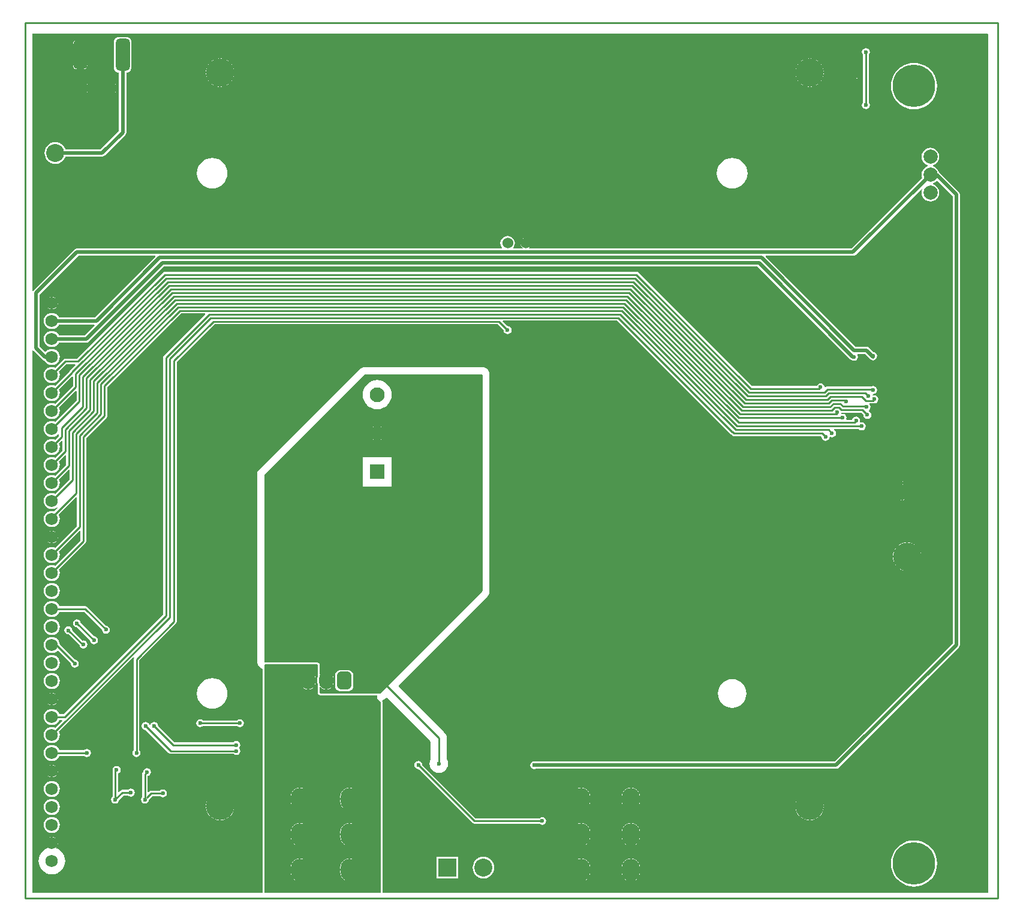
<source format=gbl>
G04*
G04 #@! TF.GenerationSoftware,Altium Limited,CircuitStudio,1.5.2 (1.5.2.30)*
G04*
G04 Layer_Physical_Order=2*
G04 Layer_Color=12500520*
%FSLAX44Y44*%
%MOMM*%
G71*
G01*
G75*
%ADD26C,0.2540*%
%ADD27C,0.5000*%
%ADD28C,0.2500*%
%ADD29C,1.7500*%
%ADD30C,6.0000*%
%ADD31O,2.5400X3.1750*%
%ADD32R,2.5400X2.5400*%
%ADD33C,2.5400*%
%ADD34C,4.0000*%
%ADD35C,2.0000*%
G04:AMPARAMS|DCode=36|XSize=2mm|YSize=4mm|CornerRadius=0.5mm|HoleSize=0mm|Usage=FLASHONLY|Rotation=180.000|XOffset=0mm|YOffset=0mm|HoleType=Round|Shape=RoundedRectangle|*
%AMROUNDEDRECTD36*
21,1,2.0000,3.0000,0,0,180.0*
21,1,1.0000,4.0000,0,0,180.0*
1,1,1.0000,-0.5000,1.5000*
1,1,1.0000,0.5000,1.5000*
1,1,1.0000,0.5000,-1.5000*
1,1,1.0000,-0.5000,-1.5000*
%
%ADD36ROUNDEDRECTD36*%
G04:AMPARAMS|DCode=37|XSize=2mm|YSize=4.5mm|CornerRadius=0.5mm|HoleSize=0mm|Usage=FLASHONLY|Rotation=0.000|XOffset=0mm|YOffset=0mm|HoleType=Round|Shape=RoundedRectangle|*
%AMROUNDEDRECTD37*
21,1,2.0000,3.5000,0,0,0.0*
21,1,1.0000,4.5000,0,0,0.0*
1,1,1.0000,0.5000,-1.7500*
1,1,1.0000,-0.5000,-1.7500*
1,1,1.0000,-0.5000,1.7500*
1,1,1.0000,0.5000,1.7500*
%
%ADD37ROUNDEDRECTD37*%
G04:AMPARAMS|DCode=38|XSize=2mm|YSize=4mm|CornerRadius=0.5mm|HoleSize=0mm|Usage=FLASHONLY|Rotation=90.000|XOffset=0mm|YOffset=0mm|HoleType=Round|Shape=RoundedRectangle|*
%AMROUNDEDRECTD38*
21,1,2.0000,3.0000,0,0,90.0*
21,1,1.0000,4.0000,0,0,90.0*
1,1,1.0000,1.5000,0.5000*
1,1,1.0000,1.5000,-0.5000*
1,1,1.0000,-1.5000,-0.5000*
1,1,1.0000,-1.5000,0.5000*
%
%ADD38ROUNDEDRECTD38*%
G04:AMPARAMS|DCode=39|XSize=2mm|YSize=2.5mm|CornerRadius=0.5mm|HoleSize=0mm|Usage=FLASHONLY|Rotation=0.000|XOffset=0mm|YOffset=0mm|HoleType=Round|Shape=RoundedRectangle|*
%AMROUNDEDRECTD39*
21,1,2.0000,1.5000,0,0,0.0*
21,1,1.0000,2.5000,0,0,0.0*
1,1,1.0000,0.5000,-0.7500*
1,1,1.0000,-0.5000,-0.7500*
1,1,1.0000,-0.5000,0.7500*
1,1,1.0000,0.5000,0.7500*
%
%ADD39ROUNDEDRECTD39*%
%ADD40O,2.0000X2.5000*%
%ADD41C,2.1000*%
%ADD42R,2.1000X2.1000*%
%ADD43C,1.5240*%
%ADD44R,2.5400X2.5400*%
%ADD45C,0.6000*%
G36*
X2961500Y2680102D02*
X2961500Y1468500D01*
X2107326D01*
X2106929Y1468794D01*
X2106334Y1469744D01*
X2106323Y1469801D01*
X2106332Y1469858D01*
X2106230Y1470295D01*
X2106146Y1470737D01*
X2106035Y1471012D01*
X2106031Y1471037D01*
X2105945Y1471249D01*
X2105997Y1471473D01*
X2105998Y1471535D01*
X2106017Y1471616D01*
X2106023Y1471833D01*
X2106032Y1471870D01*
X2106033Y1471907D01*
X2106033Y1471907D01*
X2106033Y1471907D01*
X2106040Y1471944D01*
Y1471981D01*
X2106082Y1472195D01*
Y1472413D01*
X2106090Y1472449D01*
Y1477116D01*
X2106090Y1737001D01*
X2106040Y1737251D01*
X2106040Y1737506D01*
X2105993Y1737742D01*
X2105993Y1737742D01*
X2105896Y1737977D01*
X2105893Y1737992D01*
X2105884Y1738004D01*
X2105805Y1738195D01*
X2105715Y1738413D01*
X2105712Y1738427D01*
X2105704Y1738440D01*
X2105607Y1738675D01*
X2105606Y1738676D01*
X2105473Y1738875D01*
X2105399Y1738949D01*
X2105444Y1739552D01*
X2105584Y1739939D01*
X2105856Y1740359D01*
X2107036Y1740848D01*
X2108043Y1741265D01*
X2110132Y1742868D01*
X2110132Y1742868D01*
X2111844Y1744580D01*
X2174133Y1682291D01*
Y1657527D01*
X2172834Y1654393D01*
X2172388Y1651000D01*
X2172834Y1647606D01*
X2174144Y1644444D01*
X2176228Y1641728D01*
X2178944Y1639644D01*
X2182106Y1638335D01*
X2185500Y1637888D01*
X2188893Y1638335D01*
X2192056Y1639644D01*
X2194772Y1641728D01*
X2196855Y1644444D01*
X2198165Y1647606D01*
X2198612Y1651000D01*
X2198165Y1654393D01*
X2196867Y1657527D01*
Y1687000D01*
X2196480Y1689942D01*
X2195344Y1692684D01*
X2193538Y1695038D01*
X2128555Y1760021D01*
Y1761291D01*
X2253777Y1886513D01*
X2254361Y1887274D01*
X2254491Y1887388D01*
X2254595Y1887544D01*
X2255031Y1888041D01*
X2255294Y1888435D01*
X2255371Y1888590D01*
X2255380Y1888602D01*
X2255397Y1888643D01*
X2255587Y1889028D01*
X2255954Y1889577D01*
X2256166Y1890203D01*
X2256459Y1890796D01*
X2256588Y1891445D01*
X2256725Y1891850D01*
X2256743Y1891891D01*
X2256745Y1891907D01*
X2256800Y1892070D01*
X2256893Y1892534D01*
X2256936Y1893194D01*
X2256972Y1893379D01*
X2256961Y1893551D01*
X2257086Y1894502D01*
Y2199998D01*
X2256969Y2200888D01*
X2256981Y2201077D01*
X2256936Y2201306D01*
X2256893Y2201965D01*
X2256809Y2202384D01*
X2256749Y2202563D01*
X2256743Y2202608D01*
X2256690Y2202735D01*
X2256597Y2203010D01*
X2256468Y2203659D01*
X2256175Y2204252D01*
X2255963Y2204877D01*
X2255596Y2205427D01*
X2255303Y2206021D01*
X2254867Y2206517D01*
X2254500Y2207067D01*
X2254003Y2207503D01*
X2253567Y2208000D01*
X2253017Y2208367D01*
X2252521Y2208803D01*
X2251927Y2209095D01*
X2251378Y2209463D01*
X2250752Y2209675D01*
X2250159Y2209968D01*
X2249510Y2210097D01*
X2249235Y2210190D01*
X2249108Y2210243D01*
X2249063Y2210249D01*
X2248884Y2210309D01*
X2248465Y2210392D01*
X2247806Y2210436D01*
X2247577Y2210481D01*
X2247388Y2210469D01*
X2246498Y2210586D01*
X2081502D01*
X2080551Y2210461D01*
X2080379Y2210472D01*
X2080194Y2210436D01*
X2079534Y2210392D01*
X2079071Y2210300D01*
X2078907Y2210245D01*
X2078891Y2210243D01*
X2078849Y2210225D01*
X2078445Y2210088D01*
X2077796Y2209959D01*
X2077203Y2209666D01*
X2076577Y2209454D01*
X2076028Y2209086D01*
X2075644Y2208897D01*
X2075602Y2208880D01*
X2075590Y2208871D01*
X2075435Y2208794D01*
X2075041Y2208531D01*
X2074544Y2208096D01*
X2074388Y2207991D01*
X2074274Y2207861D01*
X2073513Y2207277D01*
X1931933Y2065697D01*
X1930330Y2063608D01*
X1929322Y2061175D01*
X1928978Y2058565D01*
Y1794985D01*
X1929057Y1794387D01*
X1929050Y1793784D01*
X1929228Y1793087D01*
X1929322Y1792375D01*
X1929553Y1791817D01*
X1929702Y1791233D01*
X1930055Y1790606D01*
X1930330Y1789942D01*
X1930697Y1789464D01*
X1930993Y1788938D01*
X1931495Y1788424D01*
X1931933Y1787853D01*
X1932411Y1787486D01*
X1932833Y1787054D01*
X1934103Y1786057D01*
X1934438Y1785858D01*
X1934732Y1785600D01*
X1935252Y1785344D01*
X1935355Y1785265D01*
X1935632Y1785150D01*
X1936368Y1784714D01*
X1936744Y1784608D01*
X1936910Y1784527D01*
X1936910Y1573725D01*
X1936910Y1471901D01*
Y1471438D01*
X1936902Y1471410D01*
X1936888Y1471276D01*
X1936836Y1471151D01*
X1936830Y1471122D01*
X1936766Y1471003D01*
X1936624Y1470543D01*
X1936473Y1470085D01*
X1936474Y1470061D01*
X1936467Y1470038D01*
X1936492Y1469770D01*
X1936317Y1469350D01*
X1935525Y1468500D01*
X1612398D01*
X1611500Y1469398D01*
X1611500Y2233873D01*
X1612770Y2234259D01*
X1613366Y2233366D01*
X1625666Y2221066D01*
X1627333Y2219952D01*
X1628873Y2219646D01*
X1629138Y2219006D01*
X1630948Y2216648D01*
X1633306Y2214838D01*
X1636053Y2213701D01*
X1639000Y2213313D01*
X1641947Y2213701D01*
X1644694Y2214838D01*
X1647052Y2216648D01*
X1648862Y2219006D01*
X1649999Y2221753D01*
X1650387Y2224700D01*
X1649999Y2227647D01*
X1648862Y2230394D01*
X1647052Y2232752D01*
X1644694Y2234562D01*
X1641947Y2235699D01*
X1639000Y2236087D01*
X1636053Y2235699D01*
X1633306Y2234562D01*
X1630948Y2232752D01*
X1630478Y2232139D01*
X1629211Y2232056D01*
X1622139Y2239128D01*
Y2312871D01*
X1676628Y2367361D01*
X1784935D01*
X1785421Y2366188D01*
X1699872Y2280639D01*
X1649092D01*
X1648862Y2281194D01*
X1647052Y2283552D01*
X1644694Y2285362D01*
X1641947Y2286499D01*
X1639000Y2286887D01*
X1636053Y2286499D01*
X1633306Y2285362D01*
X1630948Y2283552D01*
X1629138Y2281194D01*
X1628001Y2278447D01*
X1627613Y2275500D01*
X1628001Y2272553D01*
X1629138Y2269806D01*
X1630948Y2267448D01*
X1633306Y2265638D01*
X1636053Y2264501D01*
X1639000Y2264113D01*
X1641947Y2264501D01*
X1644694Y2265638D01*
X1647052Y2267448D01*
X1648862Y2269806D01*
X1649092Y2270361D01*
X1698935D01*
X1699421Y2269188D01*
X1685471Y2255239D01*
X1649092D01*
X1648862Y2255794D01*
X1647052Y2258152D01*
X1644694Y2259962D01*
X1641947Y2261099D01*
X1639000Y2261487D01*
X1636053Y2261099D01*
X1633306Y2259962D01*
X1630948Y2258152D01*
X1629138Y2255794D01*
X1628001Y2253047D01*
X1627613Y2250100D01*
X1628001Y2247153D01*
X1629138Y2244406D01*
X1630948Y2242048D01*
X1633306Y2240238D01*
X1636053Y2239101D01*
X1639000Y2238713D01*
X1641947Y2239101D01*
X1644694Y2240238D01*
X1647052Y2242048D01*
X1648862Y2244406D01*
X1649092Y2244961D01*
X1687600D01*
X1689566Y2245352D01*
X1691234Y2246466D01*
X1797048Y2352281D01*
X2635615D01*
X2766530Y2221366D01*
X2768197Y2220252D01*
X2768819Y2220129D01*
X2769338Y2219781D01*
X2771500Y2219352D01*
X2773661Y2219781D01*
X2775494Y2221006D01*
X2776719Y2222838D01*
X2777148Y2225000D01*
X2776719Y2227162D01*
X2776331Y2227741D01*
X2776930Y2228861D01*
X2787372D01*
X2794866Y2221366D01*
X2796534Y2220252D01*
X2798500Y2219861D01*
X2800467Y2220252D01*
X2802133Y2221366D01*
X2803248Y2223033D01*
X2803276Y2223176D01*
X2803719Y2223838D01*
X2804149Y2226000D01*
X2803719Y2228162D01*
X2802494Y2229994D01*
X2800662Y2231219D01*
X2799272Y2231495D01*
X2793134Y2237634D01*
X2791466Y2238748D01*
X2789500Y2239139D01*
X2773955D01*
X2646906Y2366188D01*
X2647392Y2367361D01*
X2770000D01*
X2771966Y2367752D01*
X2773633Y2368866D01*
X2866804Y2462037D01*
X2867881Y2461318D01*
X2867283Y2459874D01*
X2866852Y2456600D01*
X2867283Y2453326D01*
X2868546Y2450276D01*
X2870556Y2447656D01*
X2873176Y2445646D01*
X2876227Y2444383D01*
X2879500Y2443952D01*
X2882774Y2444383D01*
X2885824Y2445646D01*
X2888444Y2447656D01*
X2890454Y2450276D01*
X2891717Y2453326D01*
X2892148Y2456600D01*
X2891717Y2459874D01*
X2890454Y2462924D01*
X2888444Y2465544D01*
X2885824Y2467554D01*
X2883268Y2468613D01*
Y2469987D01*
X2885824Y2471046D01*
X2888444Y2473056D01*
X2889600Y2473132D01*
X2910861Y2451871D01*
Y1820378D01*
X2744371Y1653889D01*
X2322531D01*
X2322411Y1653968D01*
X2320250Y1654398D01*
X2318088Y1653968D01*
X2316256Y1652744D01*
X2315031Y1650911D01*
X2314601Y1648750D01*
X2315031Y1646588D01*
X2316256Y1644756D01*
X2318088Y1643531D01*
X2320250Y1643101D01*
X2322411Y1643531D01*
X2322531Y1643611D01*
X2746500D01*
X2748466Y1644002D01*
X2750133Y1645116D01*
X2919633Y1814616D01*
X2920747Y1816283D01*
X2921139Y1818250D01*
Y2454000D01*
X2920747Y2455966D01*
X2919633Y2457633D01*
X2891633Y2485634D01*
X2891543Y2485694D01*
X2890454Y2488324D01*
X2888444Y2490944D01*
X2885824Y2492954D01*
X2883268Y2494013D01*
Y2495387D01*
X2885824Y2496446D01*
X2888444Y2498456D01*
X2890454Y2501076D01*
X2891717Y2504126D01*
X2892148Y2507400D01*
X2891717Y2510674D01*
X2890454Y2513724D01*
X2888444Y2516344D01*
X2885824Y2518354D01*
X2882774Y2519617D01*
X2879500Y2520048D01*
X2876227Y2519617D01*
X2873176Y2518354D01*
X2870556Y2516344D01*
X2868546Y2513724D01*
X2867283Y2510674D01*
X2866852Y2507400D01*
X2867283Y2504126D01*
X2868546Y2501076D01*
X2870556Y2498456D01*
X2873176Y2496446D01*
X2875733Y2495387D01*
Y2494013D01*
X2873176Y2492954D01*
X2870556Y2490944D01*
X2868546Y2488324D01*
X2867283Y2485274D01*
X2866852Y2482000D01*
X2867283Y2478726D01*
X2867774Y2477541D01*
X2767871Y2377639D01*
X2312684D01*
X2312253Y2378909D01*
X2313434Y2379815D01*
X2314656Y2381407D01*
X2315424Y2383261D01*
X2315518Y2383980D01*
X2308000D01*
X2300481D01*
X2300576Y2383261D01*
X2301344Y2381407D01*
X2302565Y2379815D01*
X2303747Y2378909D01*
X2303316Y2377639D01*
X2291167D01*
X2290540Y2378909D01*
X2291475Y2380126D01*
X2292498Y2382598D01*
X2292848Y2385250D01*
X2292498Y2387902D01*
X2291475Y2390374D01*
X2289846Y2392496D01*
X2287724Y2394125D01*
X2285252Y2395148D01*
X2282600Y2395497D01*
X2279948Y2395148D01*
X2277476Y2394125D01*
X2275354Y2392496D01*
X2273725Y2390374D01*
X2272701Y2387902D01*
X2272352Y2385250D01*
X2272701Y2382598D01*
X2273725Y2380126D01*
X2274659Y2378909D01*
X2274033Y2377639D01*
X1674500D01*
X1672533Y2377247D01*
X1670866Y2376134D01*
X1613366Y2318634D01*
X1612770Y2317741D01*
X1611500Y2318126D01*
X1611500Y2681000D01*
X2960602D01*
X2961500Y2680102D01*
D02*
G37*
G36*
X2246072Y2200469D02*
X2246653D01*
X2246917Y2200417D01*
X2246917Y2200417D01*
X2246917Y2200417D01*
X2246969Y2200153D01*
Y2199572D01*
X2247000Y2199337D01*
Y1895163D01*
X2246961Y1894868D01*
Y1894307D01*
X2246908Y1894038D01*
Y1894038D01*
X2246756Y1893811D01*
X2246359Y1893414D01*
X2246177Y1893177D01*
X2121423Y1768423D01*
X2121423Y1768423D01*
X2104712Y1751712D01*
X2104712Y1751712D01*
X2103467Y1750467D01*
X2102956Y1750075D01*
X2102775Y1750000D01*
X2093865D01*
X2018243Y1750000D01*
X2018007Y1750047D01*
X2017874Y1750136D01*
X2017874Y1750136D01*
X2017807Y1750180D01*
X2017270Y1750718D01*
X2017137Y1750917D01*
X2017118Y1751009D01*
X2017118Y1751009D01*
Y1751009D01*
X2017090Y1751153D01*
Y1759059D01*
X2017116Y1759158D01*
X2018278Y1759451D01*
X2018583Y1759390D01*
X2019368Y1758368D01*
X2021457Y1756765D01*
X2023889Y1755757D01*
X2025230Y1755581D01*
Y1768000D01*
Y1780419D01*
X2023889Y1780243D01*
X2021457Y1779235D01*
X2019368Y1777632D01*
X2018583Y1776610D01*
X2018278Y1776549D01*
X2017116Y1776842D01*
X2017090Y1776942D01*
Y1790257D01*
X2017040Y1790507D01*
X2017040Y1790762D01*
X2016993Y1790998D01*
X2016993Y1790998D01*
X2016895Y1791234D01*
X2016893Y1791248D01*
X2016884Y1791261D01*
X2016806Y1791451D01*
X2016715Y1791669D01*
X2016712Y1791684D01*
X2016704Y1791696D01*
X2016606Y1791931D01*
X2016606Y1791932D01*
X2016473Y1792131D01*
X2016293Y1792312D01*
X2016151Y1792524D01*
X2015844Y1792831D01*
X2015003Y1793392D01*
X2014012Y1793590D01*
X1941337D01*
X1941204Y1793655D01*
X1940878Y1793766D01*
X1940775Y1793827D01*
X1940258Y1794048D01*
X1939114Y1794946D01*
X1939072Y1794989D01*
X1939065Y1795049D01*
Y2057903D01*
X1939147Y2058530D01*
X1939532Y2059032D01*
X2080177Y2199677D01*
X2080414Y2199859D01*
X2080811Y2200256D01*
X2081038Y2200408D01*
X2081038Y2200408D01*
X2081038Y2200408D01*
X2081038Y2200408D01*
X2081039Y2200408D01*
X2081039Y2200408D01*
X2081039D01*
X2081307Y2200461D01*
X2081868D01*
X2082163Y2200500D01*
X2245837D01*
X2246072Y2200469D01*
D02*
G37*
G36*
X2014320Y1790692D02*
X2014453Y1790493D01*
X2014500Y1790257D01*
Y1776749D01*
X2014517Y1776665D01*
X2014505Y1776580D01*
X2014615Y1776172D01*
X2014697Y1775758D01*
X2014745Y1775687D01*
X2014767Y1775604D01*
X2014945Y1775372D01*
X2014283Y1773774D01*
X2013852Y1770500D01*
Y1765500D01*
X2014283Y1762226D01*
X2014945Y1760628D01*
X2014767Y1760396D01*
X2014745Y1760313D01*
X2014697Y1760242D01*
X2014615Y1759828D01*
X2014505Y1759420D01*
X2014517Y1759335D01*
X2014500Y1759251D01*
Y1750898D01*
Y1750898D01*
Y1750898D01*
X2014578Y1750504D01*
X2014697Y1749907D01*
X2014697Y1749907D01*
Y1749907D01*
X2014980Y1749484D01*
X2015258Y1749067D01*
X2015259D01*
Y1749067D01*
X2016157Y1748169D01*
X2016435Y1747982D01*
X2016997Y1747607D01*
X2017988Y1747410D01*
X2098270Y1747410D01*
X2098948Y1746140D01*
X2098783Y1745893D01*
X2098783Y1745893D01*
X2098297Y1744720D01*
X2098297Y1744720D01*
X2098165Y1744057D01*
X2098100Y1743729D01*
Y1743729D01*
Y1743729D01*
X2098165Y1743400D01*
X2098297Y1742738D01*
X2098858Y1741897D01*
X2098859D01*
Y1741897D01*
X2103320Y1737436D01*
X2103453Y1737237D01*
X2103500Y1737001D01*
X2103500Y1477116D01*
Y1472449D01*
X2103493Y1472413D01*
Y1472195D01*
X2103444Y1471983D01*
X2103443Y1471945D01*
X2103416Y1471828D01*
X2103408Y1471548D01*
X2103351Y1471274D01*
X2103393Y1471048D01*
X2103387Y1470818D01*
X2103486Y1470556D01*
X2103538Y1470281D01*
X2103744Y1469770D01*
X2103497Y1469111D01*
X2103145Y1468500D01*
X1939395D01*
X1939043Y1469770D01*
X1939188Y1470037D01*
X1939228Y1470166D01*
X1939303Y1470279D01*
X1939376Y1470645D01*
X1939486Y1471002D01*
X1939474Y1471137D01*
X1939500Y1471270D01*
Y1471270D01*
Y1471901D01*
X1939500Y1573725D01*
X1939500Y1789730D01*
X1940337Y1790865D01*
X1940655Y1791000D01*
X2014012D01*
X2014320Y1790692D01*
D02*
G37*
%LPC*%
G36*
X2071862Y1599730D02*
X2060322D01*
Y1585183D01*
X2062367Y1585452D01*
X2065457Y1586732D01*
X2068110Y1588767D01*
X2070145Y1591420D01*
X2071425Y1594510D01*
X2071862Y1597825D01*
Y1599730D01*
D02*
G37*
G36*
X2399258Y1599730D02*
X2387718D01*
Y1585183D01*
X2389763Y1585452D01*
X2392853Y1586732D01*
X2395506Y1588767D01*
X2397541Y1591420D01*
X2398821Y1594510D01*
X2399258Y1597825D01*
Y1599730D01*
D02*
G37*
G36*
X2001758Y1599730D02*
X1990218D01*
Y1585183D01*
X1992263Y1585452D01*
X1995353Y1586732D01*
X1998006Y1588767D01*
X2000041Y1591420D01*
X2001321Y1594510D01*
X2001758Y1597825D01*
Y1599730D01*
D02*
G37*
G36*
X2057782D02*
X2046242D01*
Y1597825D01*
X2046679Y1594510D01*
X2047959Y1591420D01*
X2049994Y1588767D01*
X2052647Y1586732D01*
X2055737Y1585452D01*
X2057782Y1585183D01*
Y1599730D01*
D02*
G37*
G36*
X1877770Y1610972D02*
Y1592270D01*
X1896472D01*
X1896211Y1594921D01*
X1895067Y1598691D01*
X1893210Y1602165D01*
X1890711Y1605211D01*
X1887665Y1607710D01*
X1884191Y1609567D01*
X1880421Y1610711D01*
X1877770Y1610972D01*
D02*
G37*
G36*
X2707730D02*
X2705079Y1610711D01*
X2701309Y1609567D01*
X2697835Y1607710D01*
X2694789Y1605211D01*
X2692290Y1602165D01*
X2690433Y1598691D01*
X2689290Y1594921D01*
X2689028Y1592270D01*
X2707730D01*
Y1610972D01*
D02*
G37*
G36*
X1875230D02*
X1872579Y1610711D01*
X1868809Y1609567D01*
X1865335Y1607710D01*
X1862289Y1605211D01*
X1859790Y1602165D01*
X1857933Y1598691D01*
X1856789Y1594921D01*
X1856528Y1592270D01*
X1875230D01*
Y1610972D01*
D02*
G37*
G36*
X2469362Y1599730D02*
X2457822D01*
Y1585183D01*
X2459867Y1585452D01*
X2462957Y1586732D01*
X2465610Y1588767D01*
X2467645Y1591420D01*
X2468925Y1594510D01*
X2469362Y1597825D01*
Y1599730D01*
D02*
G37*
G36*
X2710270Y1610972D02*
Y1592270D01*
X2728972D01*
X2728711Y1594921D01*
X2727567Y1598691D01*
X2725710Y1602165D01*
X2723210Y1605211D01*
X2720165Y1607710D01*
X2716691Y1609567D01*
X2712921Y1610711D01*
X2710270Y1610972D01*
D02*
G37*
G36*
X1896472Y1589730D02*
X1877770D01*
Y1571028D01*
X1880421Y1571289D01*
X1884191Y1572433D01*
X1887665Y1574290D01*
X1890711Y1576789D01*
X1893210Y1579835D01*
X1895067Y1583309D01*
X1896211Y1587079D01*
X1896472Y1589730D01*
D02*
G37*
G36*
X2707730D02*
X2689028D01*
X2689290Y1587079D01*
X2690433Y1583309D01*
X2692290Y1579835D01*
X2694789Y1576789D01*
X2697835Y1574290D01*
X2701309Y1572433D01*
X2705079Y1571289D01*
X2707730Y1571028D01*
Y1589730D01*
D02*
G37*
G36*
X2156500Y1654648D02*
X2154338Y1654218D01*
X2152506Y1652994D01*
X2151281Y1651162D01*
X2150851Y1649000D01*
X2151281Y1646838D01*
X2152506Y1645006D01*
X2154338Y1643781D01*
X2156500Y1643351D01*
X2156629Y1643377D01*
X2232753Y1567253D01*
X2234013Y1566411D01*
X2235500Y1566115D01*
X2327433D01*
X2327506Y1566006D01*
X2329338Y1564781D01*
X2331500Y1564352D01*
X2333662Y1564781D01*
X2335494Y1566006D01*
X2336718Y1567838D01*
X2337148Y1570000D01*
X2336718Y1572162D01*
X2335494Y1573994D01*
X2333662Y1575219D01*
X2331500Y1575648D01*
X2329338Y1575219D01*
X2327506Y1573994D01*
X2327433Y1573885D01*
X2237109D01*
X2162123Y1648871D01*
X2162149Y1649000D01*
X2161719Y1651162D01*
X2160494Y1652994D01*
X2158662Y1654218D01*
X2156500Y1654648D01*
D02*
G37*
G36*
X1875230Y1589730D02*
X1856528D01*
X1856789Y1587079D01*
X1857933Y1583309D01*
X1859790Y1579835D01*
X1862289Y1576789D01*
X1865335Y1574290D01*
X1868809Y1572433D01*
X1872579Y1571289D01*
X1875230Y1571028D01*
Y1589730D01*
D02*
G37*
G36*
X2728972D02*
X2710270D01*
Y1571028D01*
X2712921Y1571289D01*
X2716691Y1572433D01*
X2720165Y1574290D01*
X2723210Y1576789D01*
X2725710Y1579835D01*
X2727567Y1583309D01*
X2728711Y1587079D01*
X2728972Y1589730D01*
D02*
G37*
G36*
X2455282Y1599730D02*
X2443742D01*
Y1597825D01*
X2444179Y1594510D01*
X2445459Y1591420D01*
X2447494Y1588767D01*
X2450147Y1586732D01*
X2453237Y1585452D01*
X2455282Y1585183D01*
Y1599730D01*
D02*
G37*
G36*
X1987678Y1599730D02*
X1976138D01*
Y1597825D01*
X1976575Y1594510D01*
X1977855Y1591420D01*
X1979890Y1588767D01*
X1982543Y1586732D01*
X1985633Y1585452D01*
X1987678Y1585183D01*
Y1599730D01*
D02*
G37*
G36*
X1639000Y1601087D02*
X1636053Y1600699D01*
X1633306Y1599562D01*
X1630948Y1597752D01*
X1629138Y1595394D01*
X1628001Y1592647D01*
X1627613Y1589700D01*
X1628001Y1586753D01*
X1629138Y1584006D01*
X1630948Y1581648D01*
X1633306Y1579838D01*
X1636053Y1578701D01*
X1639000Y1578313D01*
X1641947Y1578701D01*
X1644694Y1579838D01*
X1647052Y1581648D01*
X1648862Y1584006D01*
X1649999Y1586753D01*
X1650387Y1589700D01*
X1649999Y1592647D01*
X1648862Y1595394D01*
X1647052Y1597752D01*
X1644694Y1599562D01*
X1641947Y1600699D01*
X1639000Y1601087D01*
D02*
G37*
G36*
X2385178Y1599730D02*
X2373638D01*
Y1597825D01*
X2374075Y1594510D01*
X2375355Y1591420D01*
X2377390Y1588767D01*
X2380043Y1586732D01*
X2383133Y1585452D01*
X2385178Y1585183D01*
Y1599730D01*
D02*
G37*
G36*
Y1616817D02*
X2383133Y1616548D01*
X2380043Y1615268D01*
X2377390Y1613233D01*
X2375355Y1610580D01*
X2374075Y1607490D01*
X2373638Y1604175D01*
Y1602270D01*
X2385178D01*
Y1616817D01*
D02*
G37*
G36*
X1647658Y1639230D02*
X1640270D01*
Y1631842D01*
X1641284Y1631975D01*
X1643413Y1632857D01*
X1645241Y1634259D01*
X1646643Y1636087D01*
X1647525Y1638216D01*
X1647658Y1639230D01*
D02*
G37*
G36*
X1637730Y1649158D02*
X1636716Y1649025D01*
X1634587Y1648143D01*
X1632759Y1646741D01*
X1631357Y1644913D01*
X1630475Y1642784D01*
X1630342Y1641770D01*
X1637730D01*
Y1649158D01*
D02*
G37*
G36*
X1730500Y1647648D02*
X1728338Y1647218D01*
X1726506Y1645994D01*
X1725281Y1644162D01*
X1724852Y1642000D01*
X1724944Y1641535D01*
X1724913Y1641488D01*
X1724617Y1640002D01*
Y1604066D01*
X1724507Y1603993D01*
X1723283Y1602161D01*
X1722853Y1599999D01*
X1723283Y1597838D01*
X1724507Y1596005D01*
X1726340Y1594781D01*
X1728502Y1594351D01*
X1730663Y1594781D01*
X1732496Y1596005D01*
X1733720Y1597838D01*
X1734150Y1599999D01*
X1734124Y1600128D01*
X1740112Y1606115D01*
X1746433D01*
X1746506Y1606006D01*
X1748338Y1604781D01*
X1750500Y1604352D01*
X1752662Y1604781D01*
X1754494Y1606006D01*
X1755719Y1607838D01*
X1756149Y1610000D01*
X1755719Y1612162D01*
X1754494Y1613994D01*
X1752662Y1615219D01*
X1750500Y1615648D01*
X1748338Y1615219D01*
X1746506Y1613994D01*
X1746433Y1613885D01*
X1738503D01*
X1737016Y1613589D01*
X1735756Y1612747D01*
X1733560Y1610551D01*
X1732386Y1611037D01*
Y1636727D01*
X1732662Y1636781D01*
X1734494Y1638006D01*
X1735719Y1639838D01*
X1736149Y1642000D01*
X1735719Y1644162D01*
X1734494Y1645994D01*
X1732662Y1647218D01*
X1730500Y1647648D01*
D02*
G37*
G36*
X1637730Y1639230D02*
X1630342D01*
X1630475Y1638216D01*
X1631357Y1636087D01*
X1632759Y1634259D01*
X1634587Y1632857D01*
X1636716Y1631975D01*
X1637730Y1631842D01*
Y1639230D01*
D02*
G37*
G36*
X1640270Y1649158D02*
Y1641770D01*
X1647658D01*
X1647525Y1642784D01*
X1646643Y1644913D01*
X1645241Y1646741D01*
X1643413Y1648143D01*
X1641284Y1649025D01*
X1640270Y1649158D01*
D02*
G37*
G36*
X1904500Y1713649D02*
X1902338Y1713219D01*
X1900506Y1711994D01*
X1900433Y1711885D01*
X1852567D01*
X1852494Y1711994D01*
X1850662Y1713219D01*
X1848500Y1713649D01*
X1846338Y1713219D01*
X1844506Y1711994D01*
X1843281Y1710162D01*
X1842852Y1708000D01*
X1843281Y1705838D01*
X1844506Y1704006D01*
X1846338Y1702781D01*
X1848500Y1702352D01*
X1850662Y1702781D01*
X1852494Y1704006D01*
X1852567Y1704115D01*
X1900433D01*
X1900506Y1704006D01*
X1902338Y1702781D01*
X1904500Y1702352D01*
X1906662Y1702781D01*
X1908494Y1704006D01*
X1909719Y1705838D01*
X1910148Y1708000D01*
X1909719Y1710162D01*
X1908494Y1711994D01*
X1906662Y1713219D01*
X1904500Y1713649D01*
D02*
G37*
G36*
X1865400Y1771544D02*
X1861177Y1771128D01*
X1857117Y1769897D01*
X1853375Y1767897D01*
X1850095Y1765205D01*
X1847404Y1761925D01*
X1845403Y1758183D01*
X1844172Y1754123D01*
X1843756Y1749900D01*
X1844172Y1745677D01*
X1845403Y1741617D01*
X1847404Y1737875D01*
X1850095Y1734595D01*
X1853375Y1731904D01*
X1857117Y1729903D01*
X1861177Y1728672D01*
X1865400Y1728256D01*
X1869623Y1728672D01*
X1873683Y1729903D01*
X1877425Y1731904D01*
X1880705Y1734595D01*
X1883396Y1737875D01*
X1885397Y1741617D01*
X1886628Y1745677D01*
X1887044Y1749900D01*
X1886628Y1754123D01*
X1885397Y1758183D01*
X1883396Y1761925D01*
X1880705Y1765205D01*
X1877425Y1767897D01*
X1873683Y1769897D01*
X1869623Y1771128D01*
X1865400Y1771544D01*
D02*
G37*
G36*
X1639000Y1677287D02*
X1636053Y1676899D01*
X1633306Y1675762D01*
X1630948Y1673952D01*
X1629138Y1671594D01*
X1628001Y1668847D01*
X1627613Y1665900D01*
X1628001Y1662953D01*
X1629138Y1660206D01*
X1630948Y1657848D01*
X1633306Y1656038D01*
X1636053Y1654901D01*
X1639000Y1654513D01*
X1641947Y1654901D01*
X1644694Y1656038D01*
X1647052Y1657848D01*
X1648862Y1660206D01*
X1649611Y1662015D01*
X1684500D01*
X1684506Y1662006D01*
X1686338Y1660781D01*
X1688500Y1660352D01*
X1690662Y1660781D01*
X1692494Y1662006D01*
X1693719Y1663838D01*
X1694149Y1666000D01*
X1693719Y1668162D01*
X1692494Y1669994D01*
X1690662Y1671219D01*
X1688500Y1671649D01*
X1686338Y1671219D01*
X1684506Y1669994D01*
X1684366Y1669785D01*
X1649611D01*
X1648862Y1671594D01*
X1647052Y1673952D01*
X1644694Y1675762D01*
X1641947Y1676899D01*
X1639000Y1677287D01*
D02*
G37*
G36*
X1783501Y1709647D02*
X1781340Y1709218D01*
X1779507Y1707993D01*
X1778283Y1706160D01*
X1778149Y1705487D01*
X1776854D01*
X1776720Y1706160D01*
X1775496Y1707993D01*
X1773663Y1709218D01*
X1771501Y1709647D01*
X1769340Y1709218D01*
X1767507Y1707993D01*
X1766283Y1706160D01*
X1765853Y1703999D01*
X1766283Y1701837D01*
X1767507Y1700005D01*
X1769340Y1698780D01*
X1771501Y1698350D01*
X1771631Y1698376D01*
X1804076Y1665931D01*
X1805336Y1665089D01*
X1806823Y1664793D01*
X1895433D01*
X1895506Y1664684D01*
X1897338Y1663459D01*
X1899500Y1663029D01*
X1901662Y1663459D01*
X1903494Y1664684D01*
X1904718Y1666516D01*
X1905148Y1668678D01*
X1904718Y1670840D01*
X1903494Y1672672D01*
Y1673224D01*
X1904718Y1675056D01*
X1905148Y1677218D01*
X1904718Y1679379D01*
X1903494Y1681212D01*
X1901662Y1682437D01*
X1899500Y1682866D01*
X1897338Y1682437D01*
X1895506Y1681212D01*
X1895433Y1681103D01*
X1812277D01*
X1789093Y1704287D01*
X1788720Y1706160D01*
X1787496Y1707993D01*
X1785663Y1709218D01*
X1783501Y1709647D01*
D02*
G37*
G36*
X2457822Y1616817D02*
Y1602270D01*
X2469362D01*
Y1604175D01*
X2468925Y1607490D01*
X2467645Y1610580D01*
X2465610Y1613233D01*
X2462957Y1615268D01*
X2459867Y1616548D01*
X2457822Y1616817D01*
D02*
G37*
G36*
X1987678Y1616817D02*
X1985633Y1616548D01*
X1982543Y1615268D01*
X1979890Y1613233D01*
X1977855Y1610580D01*
X1976575Y1607490D01*
X1976138Y1604175D01*
Y1602270D01*
X1987678D01*
Y1616817D01*
D02*
G37*
G36*
X2455282D02*
X2453237Y1616548D01*
X2450147Y1615268D01*
X2447494Y1613233D01*
X2445459Y1610580D01*
X2444179Y1607490D01*
X2443742Y1604175D01*
Y1602270D01*
X2455282D01*
Y1616817D01*
D02*
G37*
G36*
X2387718Y1616817D02*
Y1602270D01*
X2399258D01*
Y1604175D01*
X2398821Y1607490D01*
X2397541Y1610580D01*
X2395506Y1613233D01*
X2392853Y1615268D01*
X2389763Y1616548D01*
X2387718Y1616817D01*
D02*
G37*
G36*
X2057782Y1616817D02*
X2055737Y1616548D01*
X2052647Y1615268D01*
X2049994Y1613233D01*
X2047959Y1610580D01*
X2046679Y1607490D01*
X2046242Y1604175D01*
Y1602270D01*
X2057782D01*
Y1616817D01*
D02*
G37*
G36*
X1773500Y1644648D02*
X1771338Y1644219D01*
X1769506Y1642994D01*
X1768282Y1641162D01*
X1767852Y1639000D01*
X1767877Y1638871D01*
X1767753Y1638747D01*
X1766911Y1637487D01*
X1766615Y1636000D01*
Y1604067D01*
X1766506Y1603994D01*
X1765281Y1602162D01*
X1764852Y1600000D01*
X1765281Y1597838D01*
X1766506Y1596006D01*
X1768338Y1594781D01*
X1770500Y1594352D01*
X1772662Y1594781D01*
X1774494Y1596006D01*
X1775719Y1597838D01*
X1776149Y1600000D01*
X1776116Y1600166D01*
X1776247Y1600253D01*
X1781109Y1605115D01*
X1791802D01*
X1791875Y1605006D01*
X1793708Y1603781D01*
X1795869Y1603351D01*
X1798031Y1603781D01*
X1799863Y1605006D01*
X1801088Y1606838D01*
X1801518Y1609000D01*
X1801088Y1611162D01*
X1799863Y1612994D01*
X1798031Y1614218D01*
X1795869Y1614648D01*
X1793708Y1614218D01*
X1791875Y1612994D01*
X1791802Y1612885D01*
X1779500D01*
X1778013Y1612589D01*
X1776753Y1611747D01*
X1775558Y1610552D01*
X1774385Y1611038D01*
Y1633527D01*
X1775662Y1633781D01*
X1777494Y1635006D01*
X1778719Y1636838D01*
X1779149Y1639000D01*
X1778719Y1641162D01*
X1777494Y1642994D01*
X1775662Y1644219D01*
X1773500Y1644648D01*
D02*
G37*
G36*
X1639000Y1626487D02*
X1636053Y1626099D01*
X1633306Y1624962D01*
X1630948Y1623152D01*
X1629138Y1620794D01*
X1628001Y1618047D01*
X1627613Y1615100D01*
X1628001Y1612153D01*
X1629138Y1609406D01*
X1630948Y1607048D01*
X1633306Y1605238D01*
X1636053Y1604101D01*
X1639000Y1603713D01*
X1641947Y1604101D01*
X1644694Y1605238D01*
X1647052Y1607048D01*
X1648862Y1609406D01*
X1649999Y1612153D01*
X1650387Y1615100D01*
X1649999Y1618047D01*
X1648862Y1620794D01*
X1647052Y1623152D01*
X1644694Y1624962D01*
X1641947Y1626099D01*
X1639000Y1626487D01*
D02*
G37*
G36*
X1990218Y1616817D02*
Y1602270D01*
X2001758D01*
Y1604175D01*
X2001321Y1607490D01*
X2000041Y1610580D01*
X1998006Y1613233D01*
X1995353Y1615268D01*
X1992263Y1616548D01*
X1990218Y1616817D01*
D02*
G37*
G36*
X2060322D02*
Y1602270D01*
X2071862D01*
Y1604175D01*
X2071425Y1607490D01*
X2070145Y1610580D01*
X2068110Y1613233D01*
X2065457Y1615268D01*
X2062367Y1616548D01*
X2060322Y1616817D01*
D02*
G37*
G36*
X2385178Y1516817D02*
X2383133Y1516548D01*
X2380043Y1515268D01*
X2377390Y1513233D01*
X2375355Y1510580D01*
X2374075Y1507490D01*
X2373638Y1504175D01*
Y1502270D01*
X2385178D01*
Y1516817D01*
D02*
G37*
G36*
X2455282D02*
X2453237Y1516548D01*
X2450147Y1515268D01*
X2447494Y1513233D01*
X2445459Y1510580D01*
X2444179Y1507490D01*
X2443742Y1504175D01*
Y1502270D01*
X2455282D01*
Y1516817D01*
D02*
G37*
G36*
X2212938Y1519240D02*
X2182458D01*
Y1488760D01*
X2212938D01*
Y1519240D01*
D02*
G37*
G36*
X1647658Y1537630D02*
X1639000D01*
X1630342D01*
X1630475Y1536616D01*
X1631357Y1534487D01*
X1632759Y1532659D01*
X1633019Y1532460D01*
X1632792Y1531210D01*
X1631790Y1530907D01*
X1628533Y1529165D01*
X1625678Y1526822D01*
X1623335Y1523967D01*
X1621593Y1520710D01*
X1620521Y1517176D01*
X1620159Y1513500D01*
X1620521Y1509824D01*
X1621593Y1506290D01*
X1623335Y1503033D01*
X1625678Y1500178D01*
X1628533Y1497834D01*
X1631790Y1496093D01*
X1635324Y1495021D01*
X1639000Y1494659D01*
X1642676Y1495021D01*
X1646210Y1496093D01*
X1649467Y1497834D01*
X1652322Y1500178D01*
X1654666Y1503033D01*
X1656407Y1506290D01*
X1657479Y1509824D01*
X1657841Y1513500D01*
X1657479Y1517176D01*
X1656407Y1520710D01*
X1654666Y1523967D01*
X1652322Y1526822D01*
X1649467Y1529165D01*
X1646210Y1530907D01*
X1645208Y1531210D01*
X1644981Y1532460D01*
X1645241Y1532659D01*
X1646643Y1534487D01*
X1647525Y1536616D01*
X1647658Y1537630D01*
D02*
G37*
G36*
X2387718Y1516817D02*
Y1502270D01*
X2399258D01*
Y1504175D01*
X2398821Y1507490D01*
X2397541Y1510580D01*
X2395506Y1513233D01*
X2392853Y1515268D01*
X2389763Y1516548D01*
X2387718Y1516817D01*
D02*
G37*
G36*
X2057782Y1516817D02*
X2055737Y1516548D01*
X2052647Y1515268D01*
X2049994Y1513233D01*
X2047959Y1510580D01*
X2046679Y1507490D01*
X2046242Y1504175D01*
Y1502270D01*
X2057782D01*
Y1516817D01*
D02*
G37*
G36*
X1990218Y1516817D02*
Y1502270D01*
X2001758D01*
Y1504175D01*
X2001321Y1507490D01*
X2000041Y1510580D01*
X1998006Y1513233D01*
X1995353Y1515268D01*
X1992263Y1516548D01*
X1990218Y1516817D01*
D02*
G37*
G36*
X2457822D02*
Y1502270D01*
X2469362D01*
Y1504175D01*
X2468925Y1507490D01*
X2467645Y1510580D01*
X2465610Y1513233D01*
X2462957Y1515268D01*
X2459867Y1516548D01*
X2457822Y1516817D01*
D02*
G37*
G36*
X1987678Y1516817D02*
X1985633Y1516548D01*
X1982543Y1515268D01*
X1979890Y1513233D01*
X1977855Y1510580D01*
X1976575Y1507490D01*
X1976138Y1504175D01*
Y1502270D01*
X1987678D01*
Y1516817D01*
D02*
G37*
G36*
X2248498Y1519314D02*
X2245510Y1519019D01*
X2242638Y1518148D01*
X2239990Y1516733D01*
X2237670Y1514828D01*
X2235765Y1512508D01*
X2234350Y1509860D01*
X2233479Y1506988D01*
X2233184Y1504000D01*
X2233479Y1501012D01*
X2234350Y1498140D01*
X2235765Y1495492D01*
X2237670Y1493172D01*
X2239990Y1491267D01*
X2242638Y1489852D01*
X2245510Y1488981D01*
X2248498Y1488686D01*
X2251485Y1488981D01*
X2254358Y1489852D01*
X2257006Y1491267D01*
X2259326Y1493172D01*
X2261231Y1495492D01*
X2262646Y1498140D01*
X2263517Y1501012D01*
X2263812Y1504000D01*
X2263517Y1506988D01*
X2262646Y1509860D01*
X2261231Y1512508D01*
X2259326Y1514828D01*
X2257006Y1516733D01*
X2254358Y1518148D01*
X2251485Y1519019D01*
X2248498Y1519314D01*
D02*
G37*
G36*
X2455282Y1499730D02*
X2443742D01*
Y1497825D01*
X2444179Y1494510D01*
X2445459Y1491420D01*
X2447494Y1488767D01*
X2450147Y1486732D01*
X2453237Y1485452D01*
X2455282Y1485183D01*
Y1499730D01*
D02*
G37*
G36*
X1987678Y1499730D02*
X1976138D01*
Y1497825D01*
X1976575Y1494510D01*
X1977855Y1491420D01*
X1979890Y1488767D01*
X1982543Y1486732D01*
X1985633Y1485452D01*
X1987678Y1485183D01*
Y1499730D01*
D02*
G37*
G36*
X2856500Y1542641D02*
X2851394Y1542239D01*
X2846413Y1541043D01*
X2841682Y1539083D01*
X2837314Y1536407D01*
X2833419Y1533080D01*
X2830093Y1529185D01*
X2827417Y1524818D01*
X2825457Y1520086D01*
X2824261Y1515106D01*
X2823859Y1510000D01*
X2824261Y1504894D01*
X2825457Y1499913D01*
X2827417Y1495181D01*
X2830093Y1490814D01*
X2833419Y1486920D01*
X2837314Y1483593D01*
X2841682Y1480917D01*
X2846413Y1478957D01*
X2851394Y1477761D01*
X2856500Y1477359D01*
X2861606Y1477761D01*
X2866586Y1478957D01*
X2871318Y1480917D01*
X2875685Y1483593D01*
X2879580Y1486920D01*
X2882907Y1490814D01*
X2885583Y1495181D01*
X2887543Y1499913D01*
X2888739Y1504894D01*
X2889141Y1510000D01*
X2888739Y1515106D01*
X2887543Y1520086D01*
X2885583Y1524818D01*
X2882907Y1529185D01*
X2879580Y1533080D01*
X2875685Y1536407D01*
X2871318Y1539083D01*
X2866586Y1541043D01*
X2861606Y1542239D01*
X2856500Y1542641D01*
D02*
G37*
G36*
X2385178Y1499730D02*
X2373638D01*
Y1497825D01*
X2374075Y1494510D01*
X2375355Y1491420D01*
X2377390Y1488767D01*
X2380043Y1486732D01*
X2383133Y1485452D01*
X2385178Y1485183D01*
Y1499730D01*
D02*
G37*
G36*
X2057782Y1499730D02*
X2046242D01*
Y1497825D01*
X2046679Y1494510D01*
X2047959Y1491420D01*
X2049994Y1488767D01*
X2052647Y1486732D01*
X2055737Y1485452D01*
X2057782Y1485183D01*
Y1499730D01*
D02*
G37*
G36*
X2399258Y1499730D02*
X2387718D01*
Y1485183D01*
X2389763Y1485452D01*
X2392853Y1486732D01*
X2395506Y1488767D01*
X2397541Y1491420D01*
X2398821Y1494510D01*
X2399258Y1497825D01*
Y1499730D01*
D02*
G37*
G36*
X2469362D02*
X2457822D01*
Y1485183D01*
X2459867Y1485452D01*
X2462957Y1486732D01*
X2465610Y1488767D01*
X2467645Y1491420D01*
X2468925Y1494510D01*
X2469362Y1497825D01*
Y1499730D01*
D02*
G37*
G36*
X2001758Y1499730D02*
X1990218D01*
Y1485183D01*
X1992263Y1485452D01*
X1995353Y1486732D01*
X1998006Y1488767D01*
X2000041Y1491420D01*
X2001321Y1494510D01*
X2001758Y1497825D01*
Y1499730D01*
D02*
G37*
G36*
X2071862D02*
X2060322D01*
Y1485183D01*
X2062367Y1485452D01*
X2065457Y1486732D01*
X2068110Y1488767D01*
X2070145Y1491420D01*
X2071425Y1494510D01*
X2071862Y1497825D01*
Y1499730D01*
D02*
G37*
G36*
X2060322Y1516817D02*
Y1502270D01*
X2071862D01*
Y1504175D01*
X2071425Y1507490D01*
X2070145Y1510580D01*
X2068110Y1513233D01*
X2065457Y1515268D01*
X2062367Y1516548D01*
X2060322Y1516817D01*
D02*
G37*
G36*
X2387718Y1566817D02*
Y1552270D01*
X2399258D01*
Y1554175D01*
X2398821Y1557490D01*
X2397541Y1560580D01*
X2395506Y1563233D01*
X2392853Y1565268D01*
X2389763Y1566548D01*
X2387718Y1566817D01*
D02*
G37*
G36*
X2457822D02*
Y1552270D01*
X2469362D01*
Y1554175D01*
X2468925Y1557490D01*
X2467645Y1560580D01*
X2465610Y1563233D01*
X2462957Y1565268D01*
X2459867Y1566548D01*
X2457822Y1566817D01*
D02*
G37*
G36*
X2385178Y1566817D02*
X2383133Y1566548D01*
X2380043Y1565268D01*
X2377390Y1563233D01*
X2375355Y1560580D01*
X2374075Y1557490D01*
X2373638Y1554175D01*
Y1552270D01*
X2385178D01*
Y1566817D01*
D02*
G37*
G36*
X2455282D02*
X2453237Y1566548D01*
X2450147Y1565268D01*
X2447494Y1563233D01*
X2445459Y1560580D01*
X2444179Y1557490D01*
X2443742Y1554175D01*
Y1552270D01*
X2455282D01*
Y1566817D01*
D02*
G37*
G36*
X1987678D02*
X1985633Y1566548D01*
X1982543Y1565268D01*
X1979890Y1563233D01*
X1977855Y1560580D01*
X1976575Y1557490D01*
X1976138Y1554175D01*
Y1552270D01*
X1987678D01*
Y1566817D01*
D02*
G37*
G36*
X2060322Y1566817D02*
Y1552270D01*
X2071862D01*
Y1554175D01*
X2071425Y1557490D01*
X2070145Y1560580D01*
X2068110Y1563233D01*
X2065457Y1565268D01*
X2062367Y1566548D01*
X2060322Y1566817D01*
D02*
G37*
G36*
X1639000Y1575687D02*
X1636053Y1575299D01*
X1633306Y1574162D01*
X1630948Y1572352D01*
X1629138Y1569994D01*
X1628001Y1567247D01*
X1627613Y1564300D01*
X1628001Y1561353D01*
X1629138Y1558606D01*
X1630948Y1556248D01*
X1633306Y1554438D01*
X1636053Y1553301D01*
X1639000Y1552913D01*
X1641947Y1553301D01*
X1644694Y1554438D01*
X1647052Y1556248D01*
X1648862Y1558606D01*
X1649999Y1561353D01*
X1650387Y1564300D01*
X1649999Y1567247D01*
X1648862Y1569994D01*
X1647052Y1572352D01*
X1644694Y1574162D01*
X1641947Y1575299D01*
X1639000Y1575687D01*
D02*
G37*
G36*
X2057782Y1566817D02*
X2055737Y1566548D01*
X2052647Y1565268D01*
X2049994Y1563233D01*
X2047959Y1560580D01*
X2046679Y1557490D01*
X2046242Y1554175D01*
Y1552270D01*
X2057782D01*
Y1566817D01*
D02*
G37*
G36*
X1990218Y1566817D02*
Y1552270D01*
X2001758D01*
Y1554175D01*
X2001321Y1557490D01*
X2000041Y1560580D01*
X1998006Y1563233D01*
X1995353Y1565268D01*
X1992263Y1566548D01*
X1990218Y1566817D01*
D02*
G37*
G36*
X1640270Y1547558D02*
Y1540170D01*
X1647658D01*
X1647525Y1541184D01*
X1646643Y1543313D01*
X1645241Y1545141D01*
X1643413Y1546543D01*
X1641284Y1547425D01*
X1640270Y1547558D01*
D02*
G37*
G36*
X1987678Y1549730D02*
X1976138D01*
Y1547825D01*
X1976575Y1544510D01*
X1977855Y1541420D01*
X1979890Y1538767D01*
X1982543Y1536732D01*
X1985633Y1535452D01*
X1987678Y1535183D01*
Y1549730D01*
D02*
G37*
G36*
X2057782D02*
X2046242D01*
Y1547825D01*
X2046679Y1544510D01*
X2047959Y1541420D01*
X2049994Y1538767D01*
X2052647Y1536732D01*
X2055737Y1535452D01*
X2057782Y1535183D01*
Y1549730D01*
D02*
G37*
G36*
X2385178Y1549730D02*
X2373638D01*
Y1547825D01*
X2374075Y1544510D01*
X2375355Y1541420D01*
X2377390Y1538767D01*
X2380043Y1536732D01*
X2383133Y1535452D01*
X2385178Y1535183D01*
Y1549730D01*
D02*
G37*
G36*
X2455282D02*
X2443742D01*
Y1547825D01*
X2444179Y1544510D01*
X2445459Y1541420D01*
X2447494Y1538767D01*
X2450147Y1536732D01*
X2453237Y1535452D01*
X2455282Y1535183D01*
Y1549730D01*
D02*
G37*
G36*
X2001758Y1549730D02*
X1990218D01*
Y1535183D01*
X1992263Y1535452D01*
X1995353Y1536732D01*
X1998006Y1538767D01*
X2000041Y1541420D01*
X2001321Y1544510D01*
X2001758Y1547825D01*
Y1549730D01*
D02*
G37*
G36*
X2469362Y1549730D02*
X2457822D01*
Y1535183D01*
X2459867Y1535452D01*
X2462957Y1536732D01*
X2465610Y1538767D01*
X2467645Y1541420D01*
X2468925Y1544510D01*
X2469362Y1547825D01*
Y1549730D01*
D02*
G37*
G36*
X1637730Y1547558D02*
X1636716Y1547425D01*
X1634587Y1546543D01*
X1632759Y1545141D01*
X1631357Y1543313D01*
X1630475Y1541184D01*
X1630342Y1540170D01*
X1637730D01*
Y1547558D01*
D02*
G37*
G36*
X2071862Y1549730D02*
X2060322D01*
Y1535183D01*
X2062367Y1535452D01*
X2065457Y1536732D01*
X2068110Y1538767D01*
X2070145Y1541420D01*
X2071425Y1544510D01*
X2071862Y1547825D01*
Y1549730D01*
D02*
G37*
G36*
X2399258Y1549730D02*
X2387718D01*
Y1535183D01*
X2389763Y1535452D01*
X2392853Y1536732D01*
X2395506Y1538767D01*
X2397541Y1541420D01*
X2398821Y1544510D01*
X2399258Y1547825D01*
Y1549730D01*
D02*
G37*
G36*
X1744000Y2676105D02*
X1734000D01*
X1732032Y2675846D01*
X1730197Y2675086D01*
X1728622Y2673878D01*
X1727414Y2672303D01*
X1726654Y2670468D01*
X1726395Y2668500D01*
Y2633500D01*
X1726654Y2631532D01*
X1727414Y2629697D01*
X1728622Y2628122D01*
X1730197Y2626914D01*
X1732032Y2626154D01*
X1733861Y2625913D01*
Y2543629D01*
X1708071Y2517839D01*
X1658367D01*
X1658148Y2518560D01*
X1656733Y2521208D01*
X1654828Y2523528D01*
X1652508Y2525433D01*
X1649860Y2526848D01*
X1646988Y2527720D01*
X1644000Y2528014D01*
X1641012Y2527720D01*
X1638140Y2526848D01*
X1635492Y2525433D01*
X1633172Y2523528D01*
X1631267Y2521208D01*
X1629852Y2518560D01*
X1628981Y2515688D01*
X1628686Y2512700D01*
X1628981Y2509712D01*
X1629852Y2506840D01*
X1631267Y2504192D01*
X1633172Y2501871D01*
X1635492Y2499967D01*
X1638140Y2498552D01*
X1641012Y2497681D01*
X1644000Y2497386D01*
X1646988Y2497681D01*
X1649860Y2498552D01*
X1652508Y2499967D01*
X1654828Y2501871D01*
X1656733Y2504192D01*
X1658148Y2506840D01*
X1658367Y2507561D01*
X1710200D01*
X1712166Y2507952D01*
X1713834Y2509066D01*
X1742634Y2537866D01*
X1743748Y2539534D01*
X1744139Y2541500D01*
Y2625913D01*
X1745968Y2626154D01*
X1747802Y2626914D01*
X1749378Y2628122D01*
X1750586Y2629697D01*
X1751346Y2631532D01*
X1751605Y2633500D01*
Y2668500D01*
X1751346Y2670468D01*
X1750586Y2672303D01*
X1749378Y2673878D01*
X1747802Y2675086D01*
X1745968Y2675846D01*
X1744000Y2676105D01*
D02*
G37*
G36*
X1642730Y2562230D02*
X1631300D01*
Y2550800D01*
X1642730D01*
Y2562230D01*
D02*
G37*
G36*
X1865400Y2505744D02*
X1861177Y2505328D01*
X1857117Y2504097D01*
X1853375Y2502097D01*
X1850095Y2499405D01*
X1847404Y2496125D01*
X1845403Y2492383D01*
X1844172Y2488323D01*
X1843756Y2484100D01*
X1844172Y2479877D01*
X1845403Y2475817D01*
X1847404Y2472075D01*
X1850095Y2468795D01*
X1853375Y2466104D01*
X1857117Y2464103D01*
X1861177Y2462872D01*
X1865400Y2462456D01*
X1869623Y2462872D01*
X1873683Y2464103D01*
X1877425Y2466104D01*
X1880705Y2468795D01*
X1883396Y2472075D01*
X1885397Y2475817D01*
X1886628Y2479877D01*
X1887044Y2484100D01*
X1886628Y2488323D01*
X1885397Y2492383D01*
X1883396Y2496125D01*
X1880705Y2499405D01*
X1877425Y2502097D01*
X1873683Y2504097D01*
X1869623Y2505328D01*
X1865400Y2505744D01*
D02*
G37*
G36*
X2599600D02*
X2595378Y2505328D01*
X2591317Y2504097D01*
X2587575Y2502097D01*
X2584295Y2499405D01*
X2581603Y2496125D01*
X2579603Y2492383D01*
X2578372Y2488323D01*
X2577956Y2484100D01*
X2578372Y2479877D01*
X2579603Y2475817D01*
X2581603Y2472075D01*
X2584295Y2468795D01*
X2587575Y2466104D01*
X2591317Y2464103D01*
X2595378Y2462872D01*
X2599600Y2462456D01*
X2603823Y2462872D01*
X2607883Y2464103D01*
X2611625Y2466104D01*
X2614905Y2468795D01*
X2617596Y2472075D01*
X2619597Y2475817D01*
X2620828Y2479877D01*
X2621244Y2484100D01*
X2620828Y2488323D01*
X2619597Y2492383D01*
X2617596Y2496125D01*
X2614905Y2499405D01*
X2611625Y2502097D01*
X2607883Y2504097D01*
X2603823Y2505328D01*
X2599600Y2505744D01*
D02*
G37*
G36*
X1656700Y2562230D02*
X1645270D01*
Y2550800D01*
X1656700D01*
Y2562230D01*
D02*
G37*
G36*
X2788500Y2660663D02*
X2786339Y2660233D01*
X2784506Y2659008D01*
X2783281Y2657176D01*
X2782852Y2655014D01*
X2783281Y2652852D01*
X2784506Y2651020D01*
X2784615Y2650947D01*
Y2584067D01*
X2784506Y2583994D01*
X2783281Y2582162D01*
X2782852Y2580000D01*
X2783281Y2577838D01*
X2784506Y2576006D01*
X2786339Y2574781D01*
X2788500Y2574352D01*
X2790662Y2574781D01*
X2792494Y2576006D01*
X2793719Y2577838D01*
X2794149Y2580000D01*
X2793719Y2582162D01*
X2792494Y2583994D01*
X2792385Y2584067D01*
Y2650947D01*
X2792494Y2651020D01*
X2793719Y2652852D01*
X2794149Y2655014D01*
X2793719Y2657176D01*
X2792494Y2659008D01*
X2790662Y2660233D01*
X2788500Y2660663D01*
D02*
G37*
G36*
X2856500Y2639641D02*
X2851394Y2639239D01*
X2846413Y2638043D01*
X2841682Y2636083D01*
X2837314Y2633407D01*
X2833419Y2630080D01*
X2830093Y2626186D01*
X2827417Y2621819D01*
X2825457Y2617086D01*
X2824261Y2612106D01*
X2823859Y2607000D01*
X2824261Y2601894D01*
X2825457Y2596913D01*
X2827417Y2592181D01*
X2830093Y2587814D01*
X2833419Y2583919D01*
X2837314Y2580593D01*
X2841682Y2577917D01*
X2846413Y2575957D01*
X2851394Y2574761D01*
X2856500Y2574359D01*
X2861606Y2574761D01*
X2866586Y2575957D01*
X2871318Y2577917D01*
X2875685Y2580593D01*
X2879580Y2583919D01*
X2882907Y2587814D01*
X2885583Y2592181D01*
X2887543Y2596913D01*
X2888739Y2601894D01*
X2889141Y2607000D01*
X2888739Y2612106D01*
X2887543Y2617086D01*
X2885583Y2621819D01*
X2882907Y2626186D01*
X2879580Y2630080D01*
X2875685Y2633407D01*
X2871318Y2636083D01*
X2866586Y2638043D01*
X2861606Y2639239D01*
X2856500Y2639641D01*
D02*
G37*
G36*
X1642730Y2576200D02*
X1631300D01*
Y2564770D01*
X1642730D01*
Y2576200D01*
D02*
G37*
G36*
X1656700D02*
X1645270D01*
Y2564770D01*
X1656700D01*
Y2576200D01*
D02*
G37*
G36*
X2309270Y2392768D02*
Y2386520D01*
X2315518D01*
X2315424Y2387239D01*
X2314656Y2389093D01*
X2313434Y2390685D01*
X2311843Y2391906D01*
X2309989Y2392674D01*
X2309270Y2392768D01*
D02*
G37*
G36*
X2098400Y2192099D02*
X2094381Y2191703D01*
X2090517Y2190531D01*
X2086956Y2188628D01*
X2083834Y2186066D01*
X2081272Y2182944D01*
X2079369Y2179383D01*
X2078197Y2175519D01*
X2077801Y2171500D01*
X2078197Y2167481D01*
X2079369Y2163617D01*
X2081272Y2160056D01*
X2083834Y2156934D01*
X2086956Y2154372D01*
X2090517Y2152469D01*
X2094381Y2151297D01*
X2098400Y2150901D01*
X2102419Y2151297D01*
X2106283Y2152469D01*
X2109844Y2154372D01*
X2112966Y2156934D01*
X2115528Y2160056D01*
X2117431Y2163617D01*
X2118603Y2167481D01*
X2118999Y2171500D01*
X2118603Y2175519D01*
X2117431Y2179383D01*
X2115528Y2182944D01*
X2112966Y2186066D01*
X2109844Y2188628D01*
X2106283Y2190531D01*
X2102419Y2191703D01*
X2098400Y2192099D01*
D02*
G37*
G36*
X2464486Y2344924D02*
X1798540D01*
X1797053Y2344629D01*
X1795793Y2343787D01*
X1674281Y2222275D01*
X1658090D01*
X1656603Y2221979D01*
X1655343Y2221137D01*
X1643756Y2209550D01*
X1641947Y2210299D01*
X1639000Y2210687D01*
X1636053Y2210299D01*
X1633306Y2209162D01*
X1630948Y2207352D01*
X1629138Y2204994D01*
X1628001Y2202247D01*
X1627613Y2199300D01*
X1628001Y2196353D01*
X1629138Y2193606D01*
X1630948Y2191248D01*
X1633306Y2189438D01*
X1636053Y2188301D01*
X1639000Y2187913D01*
X1641947Y2188301D01*
X1644694Y2189438D01*
X1647052Y2191248D01*
X1648862Y2193606D01*
X1649999Y2196353D01*
X1650387Y2199300D01*
X1649999Y2202247D01*
X1649250Y2204056D01*
X1659699Y2214505D01*
X1672036D01*
X1672522Y2213332D01*
X1665033Y2205843D01*
X1664196Y2204590D01*
X1643756Y2184150D01*
X1641947Y2184899D01*
X1639000Y2185287D01*
X1636053Y2184899D01*
X1633306Y2183762D01*
X1630948Y2181952D01*
X1629138Y2179594D01*
X1628001Y2176847D01*
X1627613Y2173900D01*
X1628001Y2170953D01*
X1629138Y2168206D01*
X1630948Y2165848D01*
X1633306Y2164038D01*
X1636053Y2162901D01*
X1639000Y2162513D01*
X1641947Y2162901D01*
X1644694Y2164038D01*
X1647052Y2165848D01*
X1648862Y2168206D01*
X1649999Y2170953D01*
X1650387Y2173900D01*
X1649999Y2176847D01*
X1649250Y2178656D01*
X1667802Y2197208D01*
X1668975Y2196722D01*
Y2183969D01*
X1643756Y2158750D01*
X1641947Y2159499D01*
X1639000Y2159887D01*
X1636053Y2159499D01*
X1633306Y2158362D01*
X1630948Y2156552D01*
X1629138Y2154194D01*
X1628001Y2151447D01*
X1627613Y2148500D01*
X1628001Y2145553D01*
X1629138Y2142806D01*
X1630948Y2140448D01*
X1633306Y2138638D01*
X1636053Y2137501D01*
X1639000Y2137113D01*
X1641947Y2137501D01*
X1644694Y2138638D01*
X1647052Y2140448D01*
X1648862Y2142806D01*
X1649999Y2145553D01*
X1650387Y2148500D01*
X1649999Y2151447D01*
X1649250Y2153256D01*
X1672882Y2176888D01*
X1674055Y2176402D01*
Y2163649D01*
X1643756Y2133350D01*
X1641947Y2134099D01*
X1639000Y2134487D01*
X1636053Y2134099D01*
X1633306Y2132962D01*
X1630948Y2131152D01*
X1629138Y2128794D01*
X1628001Y2126047D01*
X1627613Y2123100D01*
X1628001Y2120153D01*
X1629138Y2117406D01*
X1630948Y2115048D01*
X1633306Y2113238D01*
X1636053Y2112101D01*
X1639000Y2111713D01*
X1641947Y2112101D01*
X1644694Y2113238D01*
X1647052Y2115048D01*
X1647865Y2116108D01*
X1649135Y2115677D01*
Y2113329D01*
X1643756Y2107950D01*
X1641947Y2108699D01*
X1639000Y2109087D01*
X1636053Y2108699D01*
X1633306Y2107562D01*
X1630948Y2105752D01*
X1629138Y2103394D01*
X1628001Y2100647D01*
X1627613Y2097700D01*
X1628001Y2094753D01*
X1629138Y2092006D01*
X1630948Y2089648D01*
X1633306Y2087838D01*
X1636053Y2086701D01*
X1639000Y2086313D01*
X1641947Y2086701D01*
X1644694Y2087838D01*
X1647052Y2089648D01*
X1648862Y2092006D01*
X1649999Y2094753D01*
X1650387Y2097700D01*
X1649999Y2100647D01*
X1649250Y2102456D01*
X1653042Y2106248D01*
X1654215Y2105762D01*
Y2093009D01*
X1643756Y2082550D01*
X1641947Y2083299D01*
X1639000Y2083687D01*
X1636053Y2083299D01*
X1633306Y2082162D01*
X1630948Y2080352D01*
X1629138Y2077994D01*
X1628001Y2075247D01*
X1627613Y2072300D01*
X1628001Y2069353D01*
X1629138Y2066606D01*
X1630948Y2064248D01*
X1633306Y2062438D01*
X1636053Y2061301D01*
X1639000Y2060913D01*
X1641947Y2061301D01*
X1644694Y2062438D01*
X1647052Y2064248D01*
X1648862Y2066606D01*
X1649999Y2069353D01*
X1650387Y2072300D01*
X1649999Y2075247D01*
X1649250Y2077056D01*
X1658122Y2085928D01*
X1659295Y2085442D01*
Y2072689D01*
X1643756Y2057150D01*
X1641947Y2057899D01*
X1639000Y2058287D01*
X1636053Y2057899D01*
X1633306Y2056762D01*
X1630948Y2054952D01*
X1629138Y2052594D01*
X1628001Y2049847D01*
X1627613Y2046900D01*
X1628001Y2043953D01*
X1629138Y2041206D01*
X1630948Y2038848D01*
X1633306Y2037038D01*
X1636053Y2035901D01*
X1639000Y2035513D01*
X1641947Y2035901D01*
X1644694Y2037038D01*
X1647052Y2038848D01*
X1648862Y2041206D01*
X1649999Y2043953D01*
X1650387Y2046900D01*
X1649999Y2049847D01*
X1649250Y2051656D01*
X1663202Y2065608D01*
X1664375Y2065122D01*
Y2052369D01*
X1643756Y2031750D01*
X1641947Y2032499D01*
X1639000Y2032887D01*
X1636053Y2032499D01*
X1633306Y2031362D01*
X1630948Y2029552D01*
X1629138Y2027194D01*
X1628001Y2024447D01*
X1627613Y2021500D01*
X1628001Y2018553D01*
X1629138Y2015806D01*
X1630948Y2013448D01*
X1633306Y2011638D01*
X1636053Y2010501D01*
X1639000Y2010113D01*
X1641947Y2010501D01*
X1644694Y2011638D01*
X1645964Y2012613D01*
X1646753Y2012350D01*
X1647208Y2011967D01*
X1647202Y2011830D01*
X1642318Y2006946D01*
X1641947Y2007099D01*
X1639000Y2007487D01*
X1636053Y2007099D01*
X1633306Y2005962D01*
X1630948Y2004152D01*
X1629138Y2001794D01*
X1628001Y1999047D01*
X1627613Y1996100D01*
X1628001Y1993153D01*
X1629138Y1990406D01*
X1630948Y1988048D01*
X1633306Y1986238D01*
X1636053Y1985101D01*
X1639000Y1984713D01*
X1641947Y1985101D01*
X1644694Y1986238D01*
X1647052Y1988048D01*
X1648862Y1990406D01*
X1649999Y1993153D01*
X1650387Y1996100D01*
X1649999Y1999047D01*
X1648862Y2001794D01*
X1648554Y2002195D01*
X1673362Y2027003D01*
X1674535Y2026517D01*
Y1986329D01*
X1643756Y1955550D01*
X1641947Y1956299D01*
X1639000Y1956687D01*
X1636053Y1956299D01*
X1633306Y1955162D01*
X1630948Y1953352D01*
X1629138Y1950994D01*
X1628001Y1948247D01*
X1627613Y1945300D01*
X1628001Y1942353D01*
X1629138Y1939606D01*
X1630948Y1937248D01*
X1633306Y1935438D01*
X1636053Y1934301D01*
X1639000Y1933913D01*
X1641947Y1934301D01*
X1644694Y1935438D01*
X1647052Y1937248D01*
X1648862Y1939606D01*
X1649999Y1942353D01*
X1650387Y1945300D01*
X1649999Y1948247D01*
X1649250Y1950056D01*
X1678442Y1979248D01*
X1679615Y1978762D01*
Y1966009D01*
X1643756Y1930150D01*
X1641947Y1930899D01*
X1639000Y1931287D01*
X1636053Y1930899D01*
X1633306Y1929762D01*
X1630948Y1927952D01*
X1629138Y1925594D01*
X1628001Y1922847D01*
X1627613Y1919900D01*
X1628001Y1916953D01*
X1629138Y1914206D01*
X1630948Y1911848D01*
X1633306Y1910038D01*
X1636053Y1908901D01*
X1639000Y1908513D01*
X1641947Y1908901D01*
X1644694Y1910038D01*
X1647052Y1911848D01*
X1648862Y1914206D01*
X1649999Y1916953D01*
X1650387Y1919900D01*
X1649999Y1922847D01*
X1649250Y1924656D01*
X1686247Y1961653D01*
X1687089Y1962913D01*
X1687385Y1964400D01*
Y2110391D01*
X1716247Y2139253D01*
X1717089Y2140513D01*
X1717385Y2142000D01*
Y2182549D01*
X1821191Y2286355D01*
X1855334D01*
X1855820Y2285182D01*
X1797283Y2226645D01*
X1796441Y2225385D01*
X1796145Y2223898D01*
Y1861123D01*
X1655607Y1720585D01*
X1649611D01*
X1648862Y1722394D01*
X1647052Y1724752D01*
X1644694Y1726562D01*
X1641947Y1727699D01*
X1639000Y1728087D01*
X1636053Y1727699D01*
X1633306Y1726562D01*
X1630948Y1724752D01*
X1629138Y1722394D01*
X1628001Y1719647D01*
X1627613Y1716700D01*
X1628001Y1713753D01*
X1629138Y1711006D01*
X1630948Y1708648D01*
X1633306Y1706838D01*
X1636053Y1705701D01*
X1639000Y1705313D01*
X1641947Y1705701D01*
X1644694Y1706838D01*
X1647052Y1708648D01*
X1648862Y1711006D01*
X1649611Y1712815D01*
X1653362D01*
X1653848Y1711642D01*
X1643756Y1701550D01*
X1641947Y1702299D01*
X1639000Y1702687D01*
X1636053Y1702299D01*
X1633306Y1701162D01*
X1630948Y1699352D01*
X1629138Y1696994D01*
X1628001Y1694247D01*
X1627613Y1691300D01*
X1628001Y1688353D01*
X1629138Y1685606D01*
X1630948Y1683248D01*
X1633306Y1681438D01*
X1636053Y1680301D01*
X1639000Y1679913D01*
X1641947Y1680301D01*
X1644694Y1681438D01*
X1647052Y1683248D01*
X1648862Y1685606D01*
X1649999Y1688353D01*
X1650387Y1691300D01*
X1649999Y1694247D01*
X1649250Y1696056D01*
X1754297Y1801103D01*
X1755283Y1800293D01*
X1754911Y1799737D01*
X1754615Y1798250D01*
Y1670067D01*
X1754506Y1669994D01*
X1753281Y1668162D01*
X1752852Y1666000D01*
X1753281Y1663838D01*
X1754506Y1662006D01*
X1756338Y1660781D01*
X1758500Y1660352D01*
X1760662Y1660781D01*
X1762494Y1662006D01*
X1763719Y1663838D01*
X1764149Y1666000D01*
X1763719Y1668162D01*
X1762494Y1669994D01*
X1762385Y1670067D01*
Y1796641D01*
X1814247Y1848503D01*
X1815089Y1849763D01*
X1815385Y1851250D01*
Y2217891D01*
X1868609Y2271115D01*
X2268641D01*
X2276877Y2262879D01*
X2276851Y2262750D01*
X2277281Y2260588D01*
X2278506Y2258756D01*
X2280338Y2257531D01*
X2282500Y2257101D01*
X2284662Y2257531D01*
X2286494Y2258756D01*
X2287718Y2260588D01*
X2288148Y2262750D01*
X2287718Y2264911D01*
X2286494Y2266744D01*
X2284662Y2267968D01*
X2282500Y2268398D01*
X2282371Y2268373D01*
X2275722Y2275022D01*
X2276208Y2276195D01*
X2436811D01*
X2596953Y2116053D01*
X2598214Y2115211D01*
X2598710Y2115112D01*
X2599809Y2114013D01*
X2601069Y2113171D01*
X2602556Y2112875D01*
X2724965D01*
X2725851Y2112000D01*
X2726281Y2109838D01*
X2727506Y2108006D01*
X2729338Y2106781D01*
X2731500Y2106351D01*
X2733661Y2106781D01*
X2735494Y2108006D01*
X2736719Y2109838D01*
X2736982Y2111161D01*
X2738338Y2111781D01*
X2740500Y2111351D01*
X2742662Y2111781D01*
X2744494Y2113006D01*
X2745719Y2114838D01*
X2746148Y2117000D01*
X2745719Y2119162D01*
X2744494Y2120994D01*
X2743340Y2121765D01*
X2743725Y2123035D01*
X2778486D01*
X2778506Y2123006D01*
X2780338Y2121781D01*
X2782500Y2121351D01*
X2784662Y2121781D01*
X2786494Y2123006D01*
X2787719Y2124838D01*
X2788148Y2127000D01*
X2787719Y2129162D01*
X2786494Y2130994D01*
X2784662Y2132218D01*
X2782500Y2132648D01*
X2780810Y2132312D01*
X2780725Y2132354D01*
X2779854Y2133225D01*
X2779812Y2133310D01*
X2780149Y2135000D01*
X2779719Y2137162D01*
X2778494Y2138994D01*
X2776662Y2140219D01*
X2774500Y2140648D01*
X2772338Y2140219D01*
X2770506Y2138994D01*
X2769281Y2137162D01*
X2769027Y2135885D01*
X2761492D01*
X2760782Y2137155D01*
X2761148Y2139000D01*
X2760719Y2141162D01*
X2759494Y2142994D01*
X2757662Y2144218D01*
X2755500Y2144648D01*
X2754909Y2144531D01*
X2753882Y2145463D01*
X2754131Y2146115D01*
X2781891D01*
X2784877Y2143129D01*
X2784851Y2143000D01*
X2785281Y2140838D01*
X2786506Y2139006D01*
X2788338Y2137781D01*
X2790500Y2137352D01*
X2792662Y2137781D01*
X2794494Y2139006D01*
X2795719Y2140838D01*
X2796148Y2143000D01*
X2795719Y2145162D01*
X2794494Y2146994D01*
X2792883Y2148070D01*
X2792706Y2148987D01*
X2792735Y2149499D01*
X2793494Y2150006D01*
X2794719Y2151838D01*
X2795149Y2154000D01*
X2794719Y2156162D01*
X2793494Y2157994D01*
X2793432Y2158035D01*
X2793818Y2159305D01*
X2798690D01*
X2799711Y2159508D01*
X2800500Y2159352D01*
X2802662Y2159781D01*
X2804494Y2161006D01*
X2805718Y2162838D01*
X2806148Y2165000D01*
X2805718Y2167162D01*
X2804494Y2168994D01*
X2802662Y2170219D01*
X2800500Y2170648D01*
X2798926Y2170335D01*
X2797630Y2171157D01*
X2797610Y2171266D01*
X2798500Y2172352D01*
X2800662Y2172781D01*
X2802494Y2174006D01*
X2803719Y2175838D01*
X2804149Y2178000D01*
X2803719Y2180162D01*
X2802494Y2181994D01*
X2800662Y2183219D01*
X2798500Y2183649D01*
X2796339Y2183219D01*
X2796153Y2183095D01*
X2734158D01*
X2732672Y2182799D01*
X2731411Y2181957D01*
X2731318Y2181863D01*
X2730067Y2182409D01*
X2729719Y2184162D01*
X2728494Y2185994D01*
X2726662Y2187218D01*
X2724500Y2187648D01*
X2722338Y2187218D01*
X2720506Y2185994D01*
X2719281Y2184162D01*
X2719178Y2183645D01*
X2627375D01*
X2467233Y2343787D01*
X2465973Y2344629D01*
X2464486Y2344924D01*
D02*
G37*
G36*
X2097130Y2127523D02*
X2095659Y2127330D01*
X2093105Y2126272D01*
X2090911Y2124589D01*
X2089228Y2122395D01*
X2088170Y2119841D01*
X2087977Y2118370D01*
X2097130D01*
Y2127523D01*
D02*
G37*
G36*
X2099670Y2127523D02*
Y2118370D01*
X2108823D01*
X2108630Y2119841D01*
X2107572Y2122395D01*
X2105889Y2124589D01*
X2103695Y2126272D01*
X2101141Y2127330D01*
X2099670Y2127523D01*
D02*
G37*
G36*
X1637730Y2299630D02*
X1630342D01*
X1630475Y2298616D01*
X1631357Y2296487D01*
X1632759Y2294659D01*
X1634587Y2293257D01*
X1636716Y2292375D01*
X1637730Y2292242D01*
Y2299630D01*
D02*
G37*
G36*
X1640270Y2309558D02*
Y2302170D01*
X1647658D01*
X1647525Y2303184D01*
X1646643Y2305313D01*
X1645241Y2307141D01*
X1643413Y2308543D01*
X1641284Y2309425D01*
X1640270Y2309558D01*
D02*
G37*
G36*
X2306730Y2392768D02*
X2306011Y2392674D01*
X2304157Y2391906D01*
X2302565Y2390685D01*
X2301344Y2389093D01*
X2300576Y2387239D01*
X2300481Y2386520D01*
X2306730D01*
Y2392768D01*
D02*
G37*
G36*
X1647658Y2299630D02*
X1640270D01*
Y2292242D01*
X1641284Y2292375D01*
X1643413Y2293257D01*
X1645241Y2294659D01*
X1646643Y2296487D01*
X1647525Y2298616D01*
X1647658Y2299630D01*
D02*
G37*
G36*
X1637730Y2309558D02*
X1636716Y2309425D01*
X1634587Y2308543D01*
X1632759Y2307141D01*
X1631357Y2305313D01*
X1630475Y2303184D01*
X1630342Y2302170D01*
X1637730D01*
Y2309558D01*
D02*
G37*
G36*
X1707730Y2602730D02*
X1688902D01*
Y2599000D01*
X1689290Y2597049D01*
X1690395Y2595395D01*
X1692049Y2594290D01*
X1694000Y2593902D01*
X1707730D01*
Y2602730D01*
D02*
G37*
G36*
X1877770Y2645972D02*
Y2627270D01*
X1896472D01*
X1896211Y2629921D01*
X1895067Y2633691D01*
X1893210Y2637165D01*
X1890711Y2640211D01*
X1887665Y2642710D01*
X1884191Y2644567D01*
X1880421Y2645710D01*
X1877770Y2645972D01*
D02*
G37*
G36*
X2707730D02*
X2705079Y2645710D01*
X2701309Y2644567D01*
X2697835Y2642710D01*
X2694789Y2640211D01*
X2692290Y2637165D01*
X2690433Y2633691D01*
X2689290Y2629921D01*
X2689028Y2627270D01*
X2707730D01*
Y2645972D01*
D02*
G37*
G36*
X2774770Y2622759D02*
Y2621270D01*
X2776259D01*
X2775663Y2622163D01*
X2774770Y2622759D01*
D02*
G37*
G36*
X1875230Y2645972D02*
X1872579Y2645710D01*
X1868809Y2644567D01*
X1865335Y2642710D01*
X1862289Y2640211D01*
X1859790Y2637165D01*
X1857933Y2633691D01*
X1856789Y2629921D01*
X1856528Y2627270D01*
X1875230D01*
Y2645972D01*
D02*
G37*
G36*
X2710270D02*
Y2627270D01*
X2728972D01*
X2728711Y2629921D01*
X2727567Y2633691D01*
X2725710Y2637165D01*
X2723210Y2640211D01*
X2720165Y2642710D01*
X2716691Y2644567D01*
X2712921Y2645710D01*
X2710270Y2645972D01*
D02*
G37*
G36*
X1677730Y2671098D02*
X1674000D01*
X1672049Y2670710D01*
X1670395Y2669605D01*
X1669290Y2667951D01*
X1668902Y2666000D01*
Y2652270D01*
X1677730D01*
Y2671098D01*
D02*
G37*
G36*
X1684000D02*
X1680270D01*
Y2652270D01*
X1689098D01*
Y2666000D01*
X1688710Y2667951D01*
X1687605Y2669605D01*
X1685951Y2670710D01*
X1684000Y2671098D01*
D02*
G37*
G36*
X1677730Y2649730D02*
X1668902D01*
Y2636000D01*
X1669290Y2634049D01*
X1670395Y2632395D01*
X1672049Y2631290D01*
X1674000Y2630902D01*
X1677730D01*
Y2649730D01*
D02*
G37*
G36*
X1689098D02*
X1680270D01*
Y2630902D01*
X1684000D01*
X1685951Y2631290D01*
X1687605Y2632395D01*
X1688710Y2634049D01*
X1689098Y2636000D01*
Y2649730D01*
D02*
G37*
G36*
X2772230Y2622759D02*
X2771337Y2622163D01*
X2770740Y2621270D01*
X2772230D01*
Y2622759D01*
D02*
G37*
G36*
X1724000Y2614098D02*
X1710270D01*
Y2605270D01*
X1729098D01*
Y2609000D01*
X1728710Y2610951D01*
X1727605Y2612605D01*
X1725951Y2613710D01*
X1724000Y2614098D01*
D02*
G37*
G36*
X1875230Y2624730D02*
X1856528D01*
X1856789Y2622079D01*
X1857933Y2618309D01*
X1859790Y2614835D01*
X1862289Y2611790D01*
X1865335Y2609290D01*
X1868809Y2607433D01*
X1872579Y2606289D01*
X1875230Y2606028D01*
Y2624730D01*
D02*
G37*
G36*
X1729098Y2602730D02*
X1710270D01*
Y2593902D01*
X1724000D01*
X1725951Y2594290D01*
X1727605Y2595395D01*
X1728710Y2597049D01*
X1729098Y2599000D01*
Y2602730D01*
D02*
G37*
G36*
X1707730Y2614098D02*
X1694000D01*
X1692049Y2613710D01*
X1690395Y2612605D01*
X1689290Y2610951D01*
X1688902Y2609000D01*
Y2605270D01*
X1707730D01*
Y2614098D01*
D02*
G37*
G36*
X1896472Y2624730D02*
X1877770D01*
Y2606028D01*
X1880421Y2606289D01*
X1884191Y2607433D01*
X1887665Y2609290D01*
X1890711Y2611790D01*
X1893210Y2614835D01*
X1895067Y2618309D01*
X1896211Y2622079D01*
X1896472Y2624730D01*
D02*
G37*
G36*
X2772230Y2618730D02*
X2770740D01*
X2771337Y2617837D01*
X2772230Y2617241D01*
Y2618730D01*
D02*
G37*
G36*
X2776259D02*
X2774770D01*
Y2617241D01*
X2775663Y2617837D01*
X2776259Y2618730D01*
D02*
G37*
G36*
X2707730Y2624730D02*
X2689028D01*
X2689290Y2622079D01*
X2690433Y2618309D01*
X2692290Y2614835D01*
X2694789Y2611790D01*
X2697835Y2609290D01*
X2701309Y2607433D01*
X2705079Y2606289D01*
X2707730Y2606028D01*
Y2624730D01*
D02*
G37*
G36*
X2728972D02*
X2710270D01*
Y2606028D01*
X2712921Y2606289D01*
X2716691Y2607433D01*
X2720165Y2609290D01*
X2723210Y2611790D01*
X2725710Y2614835D01*
X2727567Y2618309D01*
X2728711Y2622079D01*
X2728972Y2624730D01*
D02*
G37*
G36*
X2027770Y1780419D02*
Y1769270D01*
X2036586D01*
Y1770500D01*
X2036243Y1773111D01*
X2035235Y1775543D01*
X2033632Y1777632D01*
X2031543Y1779235D01*
X2029111Y1780243D01*
X2027770Y1780419D01*
D02*
G37*
G36*
X1639000Y1804287D02*
X1636053Y1803899D01*
X1633306Y1802762D01*
X1630948Y1800952D01*
X1629138Y1798594D01*
X1628001Y1795847D01*
X1627613Y1792900D01*
X1628001Y1789953D01*
X1629138Y1787206D01*
X1630948Y1784848D01*
X1633306Y1783038D01*
X1636053Y1781901D01*
X1639000Y1781513D01*
X1641947Y1781901D01*
X1644694Y1783038D01*
X1647052Y1784848D01*
X1648862Y1787206D01*
X1649999Y1789953D01*
X1650387Y1792900D01*
X1649999Y1795847D01*
X1648862Y1798594D01*
X1647052Y1800952D01*
X1644694Y1802762D01*
X1641947Y1803899D01*
X1639000Y1804287D01*
D02*
G37*
G36*
X1999830Y1780419D02*
X1998490Y1780243D01*
X1996057Y1779235D01*
X1993968Y1777632D01*
X1992365Y1775543D01*
X1991357Y1773111D01*
X1991014Y1770500D01*
Y1769270D01*
X1999830D01*
Y1780419D01*
D02*
G37*
G36*
X2002370D02*
Y1769270D01*
X2011186D01*
Y1770500D01*
X2010843Y1773111D01*
X2009835Y1775543D01*
X2008232Y1777632D01*
X2006143Y1779235D01*
X2003710Y1780243D01*
X2002370Y1780419D01*
D02*
G37*
G36*
X1639000Y1829687D02*
X1636053Y1829299D01*
X1633306Y1828162D01*
X1630948Y1826352D01*
X1629138Y1823994D01*
X1628001Y1821247D01*
X1627613Y1818300D01*
X1628001Y1815353D01*
X1629138Y1812606D01*
X1630948Y1810248D01*
X1633306Y1808438D01*
X1636053Y1807301D01*
X1639000Y1806913D01*
X1641947Y1807301D01*
X1644694Y1808438D01*
X1647052Y1810248D01*
X1647715Y1810291D01*
X1665877Y1792129D01*
X1665851Y1792000D01*
X1666281Y1789838D01*
X1667506Y1788006D01*
X1669338Y1786781D01*
X1671500Y1786351D01*
X1673662Y1786781D01*
X1675494Y1788006D01*
X1676718Y1789838D01*
X1677148Y1792000D01*
X1676718Y1794162D01*
X1675494Y1795994D01*
X1673662Y1797219D01*
X1671500Y1797648D01*
X1671371Y1797623D01*
X1650341Y1818653D01*
X1649999Y1821247D01*
X1648862Y1823994D01*
X1647052Y1826352D01*
X1644694Y1828162D01*
X1641947Y1829299D01*
X1639000Y1829687D01*
D02*
G37*
G36*
Y1855087D02*
X1636053Y1854699D01*
X1633306Y1853562D01*
X1630948Y1851752D01*
X1629138Y1849394D01*
X1628001Y1846647D01*
X1627613Y1843700D01*
X1628001Y1840753D01*
X1629138Y1838006D01*
X1630948Y1835648D01*
X1633306Y1833838D01*
X1636053Y1832701D01*
X1639000Y1832313D01*
X1641947Y1832701D01*
X1644694Y1833838D01*
X1647052Y1835648D01*
X1648862Y1838006D01*
X1649999Y1840753D01*
X1650387Y1843700D01*
X1649999Y1846647D01*
X1648862Y1849394D01*
X1647052Y1851752D01*
X1644694Y1853562D01*
X1641947Y1854699D01*
X1639000Y1855087D01*
D02*
G37*
G36*
Y1880487D02*
X1636053Y1880099D01*
X1633306Y1878962D01*
X1630948Y1877152D01*
X1629138Y1874794D01*
X1628001Y1872047D01*
X1627613Y1869100D01*
X1628001Y1866153D01*
X1629138Y1863406D01*
X1630948Y1861048D01*
X1633306Y1859238D01*
X1636053Y1858101D01*
X1639000Y1857713D01*
X1641947Y1858101D01*
X1644694Y1859238D01*
X1647052Y1861048D01*
X1648862Y1863406D01*
X1649611Y1865215D01*
X1684791D01*
X1709877Y1840129D01*
X1709852Y1840000D01*
X1710281Y1837838D01*
X1711506Y1836006D01*
X1713338Y1834781D01*
X1715500Y1834351D01*
X1717662Y1834781D01*
X1719494Y1836006D01*
X1720719Y1837838D01*
X1721149Y1840000D01*
X1720719Y1842162D01*
X1719494Y1843994D01*
X1717662Y1845219D01*
X1715500Y1845648D01*
X1715371Y1845623D01*
X1689147Y1871847D01*
X1687887Y1872689D01*
X1686400Y1872985D01*
X1649611D01*
X1648862Y1874794D01*
X1647052Y1877152D01*
X1644694Y1878962D01*
X1641947Y1880099D01*
X1639000Y1880487D01*
D02*
G37*
G36*
X1662500Y1844648D02*
X1660338Y1844218D01*
X1658506Y1842994D01*
X1657281Y1841162D01*
X1656852Y1839000D01*
X1657281Y1836838D01*
X1658506Y1835006D01*
X1660338Y1833781D01*
X1662500Y1833351D01*
X1662629Y1833377D01*
X1678061Y1817945D01*
X1678281Y1816838D01*
X1679506Y1815006D01*
X1681338Y1813781D01*
X1683500Y1813351D01*
X1685662Y1813781D01*
X1687494Y1815006D01*
X1688719Y1816838D01*
X1689149Y1819000D01*
X1688719Y1821162D01*
X1687494Y1822994D01*
X1685662Y1824219D01*
X1683500Y1824648D01*
X1682537Y1824457D01*
X1668123Y1838871D01*
X1668148Y1839000D01*
X1667719Y1841162D01*
X1666494Y1842994D01*
X1664662Y1844218D01*
X1662500Y1844648D01*
D02*
G37*
G36*
X1674500Y1854648D02*
X1672338Y1854218D01*
X1670506Y1852994D01*
X1669281Y1851162D01*
X1668851Y1849000D01*
X1669281Y1846838D01*
X1670506Y1845006D01*
X1672338Y1843781D01*
X1674500Y1843351D01*
X1674629Y1843377D01*
X1692877Y1825129D01*
X1692852Y1825000D01*
X1693281Y1822838D01*
X1694506Y1821006D01*
X1696338Y1819781D01*
X1698500Y1819352D01*
X1700662Y1819781D01*
X1702494Y1821006D01*
X1703719Y1822838D01*
X1704149Y1825000D01*
X1703719Y1827162D01*
X1702494Y1828994D01*
X1700662Y1830219D01*
X1698500Y1830648D01*
X1698371Y1830623D01*
X1680123Y1848871D01*
X1680148Y1849000D01*
X1679719Y1851162D01*
X1678494Y1852994D01*
X1676662Y1854218D01*
X1674500Y1854648D01*
D02*
G37*
G36*
X1639000Y1778887D02*
X1636053Y1778499D01*
X1633306Y1777362D01*
X1630948Y1775552D01*
X1629138Y1773194D01*
X1628001Y1770447D01*
X1627613Y1767500D01*
X1628001Y1764553D01*
X1629138Y1761806D01*
X1630948Y1759448D01*
X1633306Y1757638D01*
X1636053Y1756501D01*
X1639000Y1756113D01*
X1641947Y1756501D01*
X1644694Y1757638D01*
X1647052Y1759448D01*
X1648862Y1761806D01*
X1649999Y1764553D01*
X1650387Y1767500D01*
X1649999Y1770447D01*
X1648862Y1773194D01*
X1647052Y1775552D01*
X1644694Y1777362D01*
X1641947Y1778499D01*
X1639000Y1778887D01*
D02*
G37*
G36*
X1647658Y1740830D02*
X1640270D01*
Y1733442D01*
X1641284Y1733575D01*
X1643413Y1734457D01*
X1645241Y1735859D01*
X1646643Y1737687D01*
X1647525Y1739816D01*
X1647658Y1740830D01*
D02*
G37*
G36*
X1637730Y1750758D02*
X1636716Y1750625D01*
X1634587Y1749743D01*
X1632759Y1748341D01*
X1631357Y1746513D01*
X1630475Y1744384D01*
X1630342Y1743370D01*
X1637730D01*
Y1750758D01*
D02*
G37*
G36*
X2599600Y1770037D02*
X2595671Y1769650D01*
X2591894Y1768504D01*
X2588412Y1766643D01*
X2585361Y1764139D01*
X2582857Y1761087D01*
X2580996Y1757606D01*
X2579850Y1753828D01*
X2579463Y1749900D01*
X2579850Y1745972D01*
X2580996Y1742194D01*
X2582857Y1738712D01*
X2585361Y1735661D01*
X2588412Y1733157D01*
X2591894Y1731296D01*
X2595671Y1730150D01*
X2599600Y1729763D01*
X2603528Y1730150D01*
X2607306Y1731296D01*
X2610787Y1733157D01*
X2613839Y1735661D01*
X2616343Y1738712D01*
X2618204Y1742194D01*
X2619350Y1745972D01*
X2619737Y1749900D01*
X2619350Y1753828D01*
X2618204Y1757606D01*
X2616343Y1761087D01*
X2613839Y1764139D01*
X2610787Y1766643D01*
X2607306Y1768504D01*
X2603528Y1769650D01*
X2599600Y1770037D01*
D02*
G37*
G36*
X1637730Y1740830D02*
X1630342D01*
X1630475Y1739816D01*
X1631357Y1737687D01*
X1632759Y1735859D01*
X1634587Y1734457D01*
X1636716Y1733575D01*
X1637730Y1733442D01*
Y1740830D01*
D02*
G37*
G36*
X1640270Y1750758D02*
Y1743370D01*
X1647658D01*
X1647525Y1744384D01*
X1646643Y1746513D01*
X1645241Y1748341D01*
X1643413Y1749743D01*
X1641284Y1750625D01*
X1640270Y1750758D01*
D02*
G37*
G36*
X2011186Y1766730D02*
X2002370D01*
Y1755581D01*
X2003710Y1755757D01*
X2006143Y1756765D01*
X2008232Y1758368D01*
X2009835Y1760457D01*
X2010843Y1762890D01*
X2011186Y1765500D01*
Y1766730D01*
D02*
G37*
G36*
X2036586D02*
X2027770D01*
Y1755581D01*
X2029111Y1755757D01*
X2031543Y1756765D01*
X2033632Y1758368D01*
X2035235Y1760457D01*
X2036243Y1762890D01*
X2036586Y1765500D01*
Y1766730D01*
D02*
G37*
G36*
X2056900Y1783105D02*
X2046900D01*
X2044932Y1782846D01*
X2043098Y1782086D01*
X2041522Y1780878D01*
X2040314Y1779303D01*
X2039554Y1777468D01*
X2039295Y1775500D01*
Y1760500D01*
X2039554Y1758532D01*
X2040314Y1756698D01*
X2041522Y1755122D01*
X2043098Y1753914D01*
X2044932Y1753154D01*
X2046900Y1752895D01*
X2056900D01*
X2058868Y1753154D01*
X2060703Y1753914D01*
X2062278Y1755122D01*
X2063486Y1756698D01*
X2064246Y1758532D01*
X2064505Y1760500D01*
Y1775500D01*
X2064246Y1777468D01*
X2063486Y1779303D01*
X2062278Y1780878D01*
X2060703Y1782086D01*
X2058868Y1782846D01*
X2056900Y1783105D01*
D02*
G37*
G36*
X1999830Y1766730D02*
X1991014D01*
Y1765500D01*
X1991357Y1762890D01*
X1992365Y1760457D01*
X1993968Y1758368D01*
X1996057Y1756765D01*
X1998490Y1755757D01*
X1999830Y1755581D01*
Y1766730D01*
D02*
G37*
G36*
X1639000Y1905887D02*
X1636053Y1905499D01*
X1633306Y1904362D01*
X1630948Y1902552D01*
X1629138Y1900194D01*
X1628001Y1897447D01*
X1627613Y1894500D01*
X1628001Y1891553D01*
X1629138Y1888806D01*
X1630948Y1886448D01*
X1633306Y1884638D01*
X1636053Y1883501D01*
X1639000Y1883113D01*
X1641947Y1883501D01*
X1644694Y1884638D01*
X1647052Y1886448D01*
X1648862Y1888806D01*
X1649999Y1891553D01*
X1650387Y1894500D01*
X1649999Y1897447D01*
X1648862Y1900194D01*
X1647052Y1902552D01*
X1644694Y1904362D01*
X1641947Y1905499D01*
X1639000Y1905887D01*
D02*
G37*
G36*
X2118900Y2083200D02*
X2077900D01*
Y2042200D01*
X2118900D01*
Y2083200D01*
D02*
G37*
G36*
X2837230Y2045730D02*
X2835740D01*
X2836337Y2044837D01*
X2837230Y2044241D01*
Y2045730D01*
D02*
G37*
G36*
X2838730Y2028259D02*
X2837837Y2027663D01*
X2837241Y2026770D01*
X2838730D01*
Y2028259D01*
D02*
G37*
G36*
X2841270D02*
Y2026770D01*
X2842759D01*
X2842163Y2027663D01*
X2841270Y2028259D01*
D02*
G37*
G36*
X2841259Y2045730D02*
X2839770D01*
Y2044241D01*
X2840663Y2044837D01*
X2841259Y2045730D01*
D02*
G37*
G36*
X2097130Y2115830D02*
X2087977D01*
X2088170Y2114359D01*
X2089228Y2111805D01*
X2090911Y2109611D01*
X2093105Y2107928D01*
X2095659Y2106870D01*
X2097130Y2106676D01*
Y2115830D01*
D02*
G37*
G36*
X2108823D02*
X2099670D01*
Y2106677D01*
X2101141Y2106870D01*
X2103695Y2107928D01*
X2105889Y2109611D01*
X2107572Y2111805D01*
X2108630Y2114359D01*
X2108823Y2115830D01*
D02*
G37*
G36*
X2837230Y2049760D02*
X2836337Y2049163D01*
X2835740Y2048270D01*
X2837230D01*
Y2049760D01*
D02*
G37*
G36*
X2839770D02*
Y2048270D01*
X2841259D01*
X2840663Y2049163D01*
X2839770Y2049760D01*
D02*
G37*
G36*
X2842759Y2024230D02*
X2841270D01*
Y2022740D01*
X2842163Y2023337D01*
X2842759Y2024230D01*
D02*
G37*
G36*
X2845230Y1962972D02*
X2842579Y1962711D01*
X2838809Y1961567D01*
X2835335Y1959710D01*
X2832289Y1957211D01*
X2829790Y1954165D01*
X2827933Y1950691D01*
X2826790Y1946921D01*
X2826528Y1944270D01*
X2845230D01*
Y1962972D01*
D02*
G37*
G36*
X2847770D02*
Y1944270D01*
X2866472D01*
X2866211Y1946921D01*
X2865067Y1950691D01*
X2863210Y1954165D01*
X2860710Y1957211D01*
X2857665Y1959710D01*
X2854191Y1961567D01*
X2850421Y1962711D01*
X2847770Y1962972D01*
D02*
G37*
G36*
X2845230Y1941730D02*
X2826528D01*
X2826790Y1939079D01*
X2827933Y1935309D01*
X2829790Y1931835D01*
X2832289Y1928789D01*
X2835335Y1926290D01*
X2838809Y1924433D01*
X2842579Y1923289D01*
X2845230Y1923028D01*
Y1941730D01*
D02*
G37*
G36*
X2866472D02*
X2847770D01*
Y1923028D01*
X2850421Y1923289D01*
X2854191Y1924433D01*
X2857665Y1926290D01*
X2860710Y1928789D01*
X2863210Y1931835D01*
X2865067Y1935309D01*
X2866211Y1939079D01*
X2866472Y1941730D01*
D02*
G37*
G36*
X1637730Y1969430D02*
X1630342D01*
X1630475Y1968416D01*
X1631357Y1966287D01*
X1632759Y1964459D01*
X1634587Y1963057D01*
X1636716Y1962175D01*
X1637730Y1962042D01*
Y1969430D01*
D02*
G37*
G36*
X1640270Y1979358D02*
Y1971970D01*
X1647658D01*
X1647525Y1972984D01*
X1646643Y1975113D01*
X1645241Y1976941D01*
X1643413Y1978343D01*
X1641284Y1979225D01*
X1640270Y1979358D01*
D02*
G37*
G36*
X2838730Y2024230D02*
X2837241D01*
X2837837Y2023337D01*
X2838730Y2022740D01*
Y2024230D01*
D02*
G37*
G36*
X1647658Y1969430D02*
X1640270D01*
Y1962042D01*
X1641284Y1962175D01*
X1643413Y1963057D01*
X1645241Y1964459D01*
X1646643Y1966287D01*
X1647525Y1968416D01*
X1647658Y1969430D01*
D02*
G37*
G36*
X1637730Y1979358D02*
X1636716Y1979225D01*
X1634587Y1978343D01*
X1632759Y1976941D01*
X1631357Y1975113D01*
X1630475Y1972984D01*
X1630342Y1971970D01*
X1637730D01*
Y1979358D01*
D02*
G37*
%LPD*%
D26*
X2726740Y2116760D02*
X2731500Y2112000D01*
X2602556Y2116760D02*
X2726740D01*
X2604660Y2121840D02*
X2735660D01*
X2600516Y2118800D02*
X2602556Y2116760D01*
X2599700Y2118800D02*
X2600516D01*
X2782869Y2169000D02*
X2788679Y2163190D01*
X2762679Y2169000D02*
X2782869D01*
X2787370Y2174130D02*
X2791500Y2170000D01*
X2797290Y2179210D02*
X2798500Y2178000D01*
X2735941Y2159440D02*
X2740471Y2163970D01*
X2729628Y2174680D02*
X2734158Y2179210D01*
X2731732Y2169600D02*
X2736263Y2174130D01*
X2733837Y2164520D02*
X2738367Y2169050D01*
X2623662Y2174680D02*
X2729628D01*
X2621558Y2169600D02*
X2731732D01*
X2619453Y2164520D02*
X2733837D01*
X2617349Y2159440D02*
X2735941D01*
X2615245Y2154360D02*
X2738045D01*
X2613141Y2149280D02*
X2740149D01*
X2746701Y2144200D02*
X2747500Y2144998D01*
X2722260Y2179760D02*
X2724500Y2182000D01*
X2611037Y2144200D02*
X2746701D01*
X2625766Y2179760D02*
X2722260D01*
X2782420Y2126920D02*
X2782500Y2127000D01*
X2772460Y2132000D02*
X2774500Y2134040D01*
X2788679Y2163190D02*
X2798690D01*
X2800500Y2165000D01*
X1639000Y1996100D02*
Y1998134D01*
X2606764Y2126920D02*
X2782420D01*
X2608868Y2132000D02*
X2772460D01*
X2735660Y2121840D02*
X2740500Y2117000D01*
X2608932Y2139120D02*
X2755380D01*
X2747500Y2144998D02*
Y2147000D01*
X2740149Y2149280D02*
X2744679Y2153810D01*
X2750321D01*
X2738045Y2154360D02*
X2742575Y2158890D01*
X2752425D01*
X2740471Y2163970D02*
X2760525D01*
X2760575Y2163920D01*
X2755380Y2139120D02*
X2755500Y2139000D01*
X2760500Y2163844D02*
X2760575Y2163920D01*
X2760500Y2161998D02*
Y2163844D01*
X2738367Y2169050D02*
X2766450D01*
X2736263Y2174130D02*
X2787370D01*
X2734158Y2179210D02*
X2797290D01*
X2750321Y2153810D02*
X2754131Y2150000D01*
X2783500D01*
X2790500Y2143000D01*
X2752425Y2158890D02*
X2756235Y2155080D01*
X2788420D02*
X2789500Y2154000D01*
X2756235Y2155080D02*
X2788420D01*
X1639000Y2148500D02*
X1672860Y2182360D01*
X1639000Y2123100D02*
X1677940Y2162040D01*
X1639000Y1919900D02*
X1683500Y1964400D01*
Y2112000D01*
X1713500Y2142000D01*
X1639000Y1945300D02*
X1678420Y1984720D01*
Y2114104D01*
X1639000Y1998134D02*
X1673340Y2032474D01*
Y2116208D01*
X1639000Y2021500D02*
X1668260Y2050760D01*
Y2118313D01*
X1639000Y2046900D02*
X1663180Y2071080D01*
Y2120417D01*
X1639000Y2072300D02*
X1658100Y2091400D01*
Y2122521D01*
X1639000Y2097700D02*
X1653020Y2111720D01*
Y2124625D01*
X1678420Y2114104D02*
X1708420Y2144104D01*
X1673340Y2116208D02*
X1703340Y2146208D01*
X1668260Y2118313D02*
X1698260Y2148313D01*
X1663180Y2120417D02*
X1693180Y2150417D01*
X1658100Y2122521D02*
X1688100Y2152521D01*
X1653020Y2124625D02*
X1683020Y2154625D01*
X2788500Y2580000D02*
Y2655014D01*
X1639000Y1665900D02*
X1688400D01*
X1688500Y1666000D01*
X1639000Y1716700D02*
X1657216D01*
X1645200Y1818300D02*
X1671500Y1792000D01*
X1639000Y1818300D02*
X1645200D01*
X1639000Y2173900D02*
X1667780Y2202680D01*
X1683020Y2154625D02*
Y2196783D01*
X1677940Y2162040D02*
Y2198887D01*
X1672860Y2182360D02*
Y2200992D01*
X1667780Y2202680D02*
Y2203096D01*
X1713500Y2142000D02*
Y2184158D01*
X1708420Y2144104D02*
Y2186262D01*
X1703340Y2146208D02*
Y2188367D01*
X1698260Y2148313D02*
Y2190471D01*
X1693180Y2150417D02*
Y2192575D01*
X1688100Y2152521D02*
Y2194679D01*
X1639000Y2199300D02*
X1658090Y2218390D01*
X1675890D01*
X1848500Y1708000D02*
X1904500D01*
X1686400Y1869100D02*
X1715500Y1840000D01*
X1639000Y1869100D02*
X1686400D01*
X2156500Y1649000D02*
X2235500Y1570000D01*
X2331500D01*
X1738503Y1610000D02*
X1750500D01*
X1674500Y1849000D02*
X1698500Y1825000D01*
X1779500Y1609000D02*
X1795869D01*
X1773500Y1603000D02*
X1779500Y1609000D01*
X1770500Y1600000D02*
Y1636000D01*
X1773500Y1639000D01*
X1662500Y1839000D02*
X1682500Y1819000D01*
X1683500D01*
X1730500Y1601998D02*
X1738503Y1610000D01*
X1728502Y1599999D02*
Y1640002D01*
X1730500Y1642000D01*
X2026500Y1789000D02*
X2029500Y1792000D01*
X2026500Y1768000D02*
Y1789000D01*
X1657216Y1716700D02*
X1800030Y1859514D01*
X1639000Y1691300D02*
X1805110Y1857410D01*
X1758500Y1666000D02*
Y1798250D01*
X1811500Y1851250D01*
X1800030Y1859514D02*
Y2223898D01*
X1805110Y1857410D02*
Y2221794D01*
X1811500Y1851250D02*
Y2219500D01*
X1805110Y2221794D02*
X1863396Y2280080D01*
X1800030Y2223898D02*
X1861292Y2285160D01*
X1811500Y2219500D02*
X1867000Y2275000D01*
X2464486Y2341040D02*
X2625766Y2179760D01*
X1675890Y2218390D02*
X1798540Y2341040D01*
X2462382Y2335960D02*
X2623662Y2174680D01*
X1667780Y2203096D02*
X1800644Y2335960D01*
X2460278Y2330880D02*
X2621558Y2169600D01*
X1672860Y2200992D02*
X1802748Y2330880D01*
X2458174Y2325800D02*
X2619453Y2164520D01*
X1677940Y2198887D02*
X1804852Y2325800D01*
X2456069Y2320720D02*
X2617349Y2159440D01*
X1683020Y2196783D02*
X1806957Y2320720D01*
X2453965Y2315640D02*
X2615245Y2154360D01*
X1688100Y2194679D02*
X1809061Y2315640D01*
X2451861Y2310560D02*
X2613141Y2149280D01*
X1693180Y2192575D02*
X1811165Y2310560D01*
X2449757Y2305480D02*
X2611037Y2144200D01*
X1698260Y2190471D02*
X1813269Y2305480D01*
X2447653Y2300400D02*
X2608932Y2139120D01*
X1703340Y2188367D02*
X1815373Y2300400D01*
X2445549Y2295320D02*
X2608868Y2132000D01*
X1708420Y2186262D02*
X1817478Y2295320D01*
X2443444Y2290240D02*
X2606764Y2126920D01*
X1713500Y2184158D02*
X1819582Y2290240D01*
X1798540Y2341040D02*
X2464486D01*
X1800644Y2335960D02*
X2462382D01*
X1802748Y2330880D02*
X2460278D01*
X1804852Y2325800D02*
X2458174D01*
X1806957Y2320720D02*
X2456069D01*
X1809061Y2315640D02*
X2453965D01*
X1811165Y2310560D02*
X2451861D01*
X1813269Y2305480D02*
X2449757D01*
X1815373Y2300400D02*
X2447653D01*
X1817478Y2295320D02*
X2445549D01*
X1819582Y2290240D02*
X2443444D01*
X1863396Y2280080D02*
X2438420D01*
X2599700Y2118800D01*
X1861292Y2285160D02*
X2441340D01*
X2604660Y2121840D01*
X1867000Y2275000D02*
X2270250D01*
X2282500Y2262750D01*
X2029500Y1792000D02*
X2080500D01*
X2185500Y1687000D01*
Y1651000D02*
Y1687000D01*
X1806823Y1668678D02*
X1899500D01*
X1771501Y1703999D02*
X1806823Y1668678D01*
X1810668Y1677218D02*
X1899500D01*
X1782887Y1704999D02*
X1810668Y1677218D01*
X1782887Y1704999D02*
X1783501D01*
D27*
X2798500Y2225000D02*
Y2226000D01*
X2789500Y2234000D02*
X2798500Y2225000D01*
X1639000Y2250100D02*
X1687600D01*
X1639000Y2275500D02*
X1702000D01*
X1644000Y2512700D02*
X1710200D01*
X1739000Y2541500D01*
Y2651000D01*
X2879500Y2482000D02*
X2888000D01*
X2916000Y2454000D01*
Y1818250D02*
Y2454000D01*
X2746500Y1648750D02*
X2916000Y1818250D01*
X2320250Y1648750D02*
X2746500D01*
X2770163Y2225000D02*
X2771500D01*
X2771826Y2234000D02*
X2789500D01*
X2640866Y2364960D02*
X2771826Y2234000D01*
X2637743Y2357420D02*
X2770163Y2225000D01*
X2770000Y2372500D02*
X2879500Y2482000D01*
X1617000Y2237000D02*
Y2315000D01*
Y2237000D02*
X1629300Y2224700D01*
X1639000D01*
X1617000Y2315000D02*
X1674500Y2372500D01*
X1702000Y2275500D02*
X1791460Y2364960D01*
X1687600Y2250100D02*
X1794920Y2357420D01*
X1674500Y2372500D02*
X2770000D01*
X1791460Y2364960D02*
X2640866D01*
X1794920Y2357420D02*
X2637743D01*
D28*
X1601500Y1461000D02*
X2974500Y1461000D01*
Y2696000D01*
X1601500D02*
X2974500D01*
X1601500Y1461000D02*
Y2696000D01*
D29*
X1639000Y2250100D02*
D03*
Y2224700D02*
D03*
Y2199300D02*
D03*
Y2173900D02*
D03*
Y2148500D02*
D03*
Y2123100D02*
D03*
Y2097700D02*
D03*
Y1691300D02*
D03*
Y1716700D02*
D03*
Y1919900D02*
D03*
Y1945300D02*
D03*
Y1996100D02*
D03*
Y2021500D02*
D03*
Y2046900D02*
D03*
Y2072300D02*
D03*
Y2275500D02*
D03*
Y2300900D02*
D03*
Y1970700D02*
D03*
Y1767500D02*
D03*
Y1742100D02*
D03*
Y1843700D02*
D03*
Y1869100D02*
D03*
Y1818300D02*
D03*
Y1792900D02*
D03*
Y1894500D02*
D03*
Y1615100D02*
D03*
Y1640500D02*
D03*
Y1665900D02*
D03*
Y1589700D02*
D03*
Y1538900D02*
D03*
Y1564300D02*
D03*
Y1513500D02*
D03*
D30*
X2856500Y1510000D02*
D03*
Y2607000D02*
D03*
D31*
X1988948Y1501000D02*
D03*
X2059052D02*
D03*
Y1551000D02*
D03*
X1988948D02*
D03*
X2059052Y1601000D02*
D03*
X1988948D02*
D03*
X2386448Y1501000D02*
D03*
X2456552D02*
D03*
Y1551000D02*
D03*
X2386448D02*
D03*
X2456552Y1601000D02*
D03*
X2386448D02*
D03*
D32*
X1644000Y2563500D02*
D03*
D33*
Y2512700D02*
D03*
X2248498Y1504000D02*
D03*
D34*
X1876500Y2626000D02*
D03*
X2709000D02*
D03*
X1876500Y1591000D02*
D03*
X2709000D02*
D03*
X2846500Y1943000D02*
D03*
D35*
X2879500Y2456600D02*
D03*
Y2482000D02*
D03*
Y2507400D02*
D03*
D36*
X1679000Y2651000D02*
D03*
D37*
X1739000D02*
D03*
D38*
X1709000Y2604000D02*
D03*
D39*
X2051900Y1768000D02*
D03*
D40*
X2026500D02*
D03*
X2001100D02*
D03*
D41*
X2098400Y2171500D02*
D03*
Y2117100D02*
D03*
D42*
Y2062700D02*
D03*
D43*
X2282600Y2385250D02*
D03*
X2308000D02*
D03*
D44*
X2197698Y1504000D02*
D03*
D45*
X2838500Y2047000D02*
D03*
X2840000Y2025500D02*
D03*
X2724500Y2182000D02*
D03*
X2731500Y2112000D02*
D03*
X2790500Y2143000D02*
D03*
X2791500Y2170000D02*
D03*
X2798500Y2178000D02*
D03*
X2789500Y2154000D02*
D03*
X2800500Y2165000D02*
D03*
X2782500Y2127000D02*
D03*
X2774500Y2135000D02*
D03*
X2740500Y2117000D02*
D03*
X2747500Y2147000D02*
D03*
X2755500Y2139000D02*
D03*
X2760500Y2161998D02*
D03*
X2771500Y2225000D02*
D03*
X2798500Y2226000D02*
D03*
X2773500Y2620000D02*
D03*
X2788500Y2580000D02*
D03*
Y2655014D02*
D03*
X1671500Y1792000D02*
D03*
X2331500Y1570000D02*
D03*
X2156500Y1649000D02*
D03*
X1904500Y1708000D02*
D03*
X1848500D02*
D03*
X1715500Y1840000D02*
D03*
X1770500Y1600000D02*
D03*
X1728502Y1599999D02*
D03*
X1750500Y1610000D02*
D03*
X1674500Y1849000D02*
D03*
X1698500Y1825000D02*
D03*
X1795869Y1609000D02*
D03*
X1773500Y1639000D02*
D03*
X1662500Y1839000D02*
D03*
X1683500Y1819000D02*
D03*
X1730500Y1642000D02*
D03*
X1688500Y1666000D02*
D03*
X1758500D02*
D03*
X2320250Y1648750D02*
D03*
X2282500Y2262750D02*
D03*
X2185500Y1651000D02*
D03*
X1899500Y1668678D02*
D03*
X1771501Y1703999D02*
D03*
X1783501D02*
D03*
X1899500Y1677218D02*
D03*
M02*

</source>
